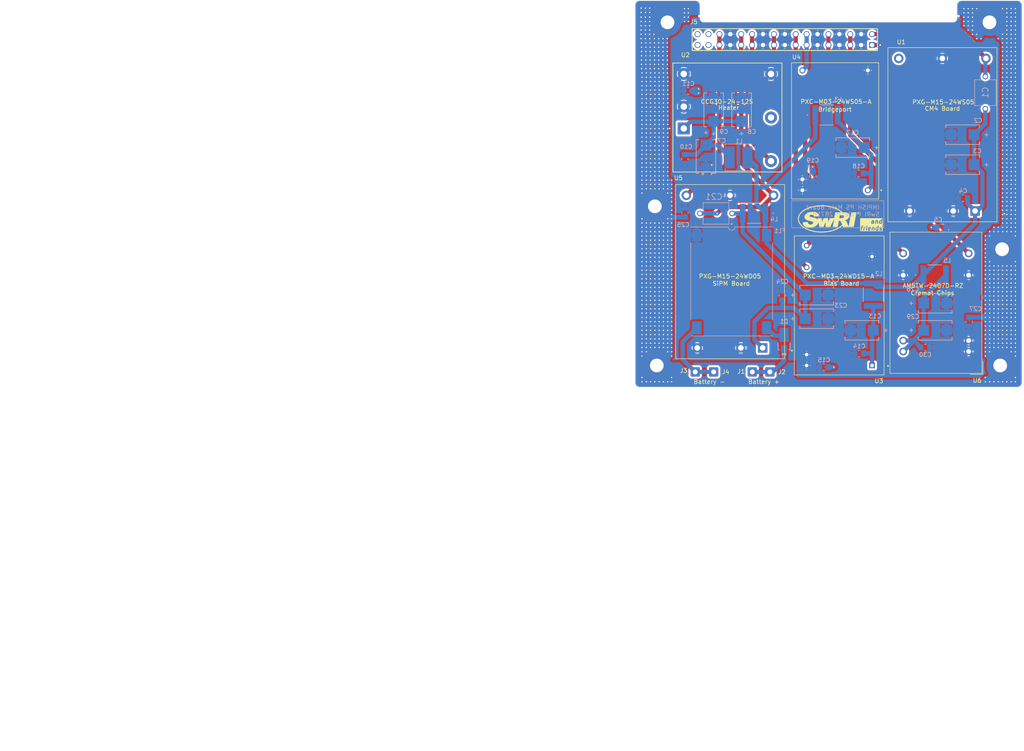
<source format=kicad_pcb>
(kicad_pcb (version 20241229) (generator "pcbnew") (generator_version "9.0")
  (title_block (title "IMPISH POWER SUPPLY MAIN BOARD") (date "6/9/2025") (rev "-") (company "SOUTHWEST RESEARCH INSTITUTE"))
  (layers (0 "F.Cu" signal) (2 "B.Cu" signal) (13 "F.Paste" user) (15 "B.Paste" user) (5 "F.SilkS" user "F.Silkscreen") (7 "B.SilkS" user "B.Silkscreen") (1 "F.Mask" user) (3 "B.Mask" user) (25 "Edge.Cuts" user))
  (net 0 "")
  (net 2 "GND")
  (net 3 "Net-(U1-+VIN)")
  (net 4 "Net-(U2-+VIN)")
  (net 5 "Net-(U3-+VIN)")
  (net 6 "Net-(U4-+VIN)")
  (net 7 "Net-(U5-+VIN)")
  (net 9 "Cremat -7.2V")
  (net 10 "Cremat +7.2V")
  (net 11 "Heater 12V")
  (net 12 "Bias -15V")
  (net 13 "Bias +15V")
  (net 14 "Bridgeport +5V")
  (net 15 "SiPM -5V")
  (net 16 "SiPM +5V")
  (net 17 "CM4 +5V")
  (net 18 "CHASSIS")
  (net 19 "Net-(C28-Pad1)")
  (net 20 "Net-(D1-A)")
  (net 21 "Net-(D1-K)")
  (net 22 "Net-(J3-Pin_1)")
  (footprint "IMPISH Library:CONV_PXC-M03-24WD15-A" (layer "F.Cu") (at 207.95 163.2 180)
    (property "Reference" "U3")
    (property "Value" "PXC-M03-24WD15-A")
  )
  (footprint "MountingHole:MountingHole_3.2mm_M3_Pad_TopBottom" (layer "F.Cu") (at 165.45 177.2)
    (property "Reference" "H3" (hide yes))
    (property "Value" "MountingHole_3.2mm_M3_Pad_TopBottom" (hide yes))
  )
  (footprint "IMPISH Library:SAMTEC_BCS-117-L-D-TE" (layer "F.Cu") (at 195.28 101.23)
    (property "Reference" "J5")
    (property "Value" "BCS-117-L-D-TE")
  )
  (footprint "Connector_Wire:SolderWire-0.5sqmm_1x01_D0.9mm_OD2.1mm" (layer "F.Cu") (at 187.7 178.7)
    (property "Reference" "J1")
    (property "Value" "Battery +")
  )
  (footprint "LOGO:SwRI Logo1 Fsilk" (layer "F.Cu") (at 205.37681 143)
    (property "Reference" "G***" (hide yes))
    (property "Value" "LOGO" (hide yes))
  )
  (footprint "IMPISH Library:CONV_PXG-M15-24WD05" (layer "F.Cu") (at 182.52 155.32 180)
    (property "Reference" "U5")
    (property "Value" "PXG-M15-24WD05")
  )
  (footprint "MountingHole:MountingHole_3.2mm_M3_Pad_TopBottom" (layer "F.Cu") (at 165 140.1)
    (property "Reference" "H2" (hide yes))
    (property "Value" "MountingHole_3.2mm_M3_Pad_TopBottom" (hide yes))
  )
  (footprint "MountingHole:MountingHole_3.2mm_M3_Pad_TopBottom" (layer "F.Cu") (at 242.95 97.2)
    (property "Reference" "H4" (hide yes))
    (property "Value" "MountingHole_3.2mm_M3_Pad_TopBottom" (hide yes))
  )
  (footprint "IMPISH Library:CONV_AM5TW-2407D-RZ" (layer "F.Cu") (at 238.1 176.48 180)
    (property "Reference" "U6")
    (property "Value" "AM5TW-2407D-RZ")
  )
  (footprint "Connector_Wire:SolderWire-0.5sqmm_1x01_D0.9mm_OD2.1mm" (layer "F.Cu") (at 178.7 178.7)
    (property "Reference" "J4")
    (property "Value" "Battery -" (hide yes))
  )
  (footprint "Connector_Wire:SolderWire-0.5sqmm_1x01_D0.9mm_OD2.1mm" (layer "F.Cu") (at 191.8 178.7)
    (property "Reference" "J2")
    (property "Value" "Battery +" (hide yes))
  )
  (footprint "IMPISH Library:CONV_CCG30-24-12S" (layer "F.Cu") (at 181.9 119.4)
    (property "Reference" "U2")
    (property "Value" "CCG30-24-12S")
  )
  (footprint "MountingHole:MountingHole_3.2mm_M3_Pad_TopBottom" (layer "F.Cu") (at 167.95 97.2)
    (property "Reference" "H1" (hide yes))
    (property "Value" "MountingHole_3.2mm_M3_Pad_TopBottom" (hide yes))
  )
  (footprint "Connector_Wire:SolderWire-0.5sqmm_1x01_D0.9mm_OD2.1mm" (layer "F.Cu") (at 174.4 178.7)
    (property "Reference" "J3")
    (property "Value" "Battery -")
  )
  (footprint "IMPISH Library:CONV_PXG-M15-24WS05" (layer "F.Cu") (at 232 123.4 180)
    (property "Reference" "U1")
    (property "Value" "PXG-M15-24WS05")
  )
  (footprint "MountingHole:MountingHole_3.2mm_M3_Pad_TopBottom" (layer "F.Cu") (at 245.45 177.2)
    (property "Reference" "H6" (hide yes))
    (property "Value" "MountingHole_3.2mm_M3_Pad_TopBottom" (hide yes))
  )
  (footprint "IMPISH Library:CONV_PXC-M03-24WS05-A" (layer "F.Cu") (at 207 122.5 180)
    (property "Reference" "U4")
    (property "Value" "PXC-M03-24WS05-A")
  )
  (footprint "MountingHole:MountingHole_3.2mm_M3_Pad_TopBottom" (layer "F.Cu") (at 245.9 150.1)
    (property "Reference" "H5" (hide yes))
    (property "Value" "MountingHole_3.2mm_M3_Pad_TopBottom" (hide yes))
  )
  (footprint "IMPISH Library:SDS680R-105M" (layer "B.Cu") (at 215.9 160.7 -90)
    (property "Reference" "L2")
    (property "Value" "220uH" (hide yes))
  )
  (footprint "IMPISH Library:SDS680R-105M" (layer "B.Cu") (at 188.1 141.7 180)
    (property "Reference" "L4")
    (property "Value" "10uH" (hide yes))
  )
  (footprint "IMPISH Library:CR_DO-221BC_VIS" (layer "B.Cu") (at 195.1 171.3 90)
    (property "Reference" "D1")
    (property "Value" "V8PAL50-M3/I" (hide yes))
  )
  (footprint "Capacitor_SMD:C_0805_2012Metric_Pad1.18x1.45mm_HandSolder" (layer "B.Cu") (at 236.8 138.2 180)
    (property "Reference" "C4")
    (property "Value" ".01uF" (hide yes))
  )
  (footprint "IMPISH Library:T495X156K050ATE300" (layer "B.Cu") (at 185.2 117.6 90)
    (property "Reference" "C8")
    (property "Value" "15uF 50V" (hide yes))
  )
  (footprint "Capacitor_SMD:C_0805_2012Metric_Pad1.18x1.45mm_HandSolder" (layer "B.Cu") (at 212.6 174.4 180)
    (property "Reference" "C14")
    (property "Value" ".01uF" (hide yes))
  )
  (footprint "IMPISH Library:T495D475K050ATE275" (layer "B.Cu") (at 211.1 126.4 180)
    (property "Reference" "C17")
    (property "Value" "4.7uF 50V" (hide yes))
  )
  (footprint "Capacitor_SMD:C_0805_2012Metric_Pad1.18x1.45mm_HandSolder" (layer "B.Cu") (at 231.7 145)
    (property "Reference" "C5")
    (property "Value" ".01uF" (hide yes))
  )
  (footprint "IMPISH Library:T495X106K050ATE300" (layer "B.Cu") (at 236.7 123.4 180)
    (property "Reference" "C2")
    (property "Value" "10uF 50V" (hide yes))
  )
  (footprint "Capacitor_SMD:C_0805_2012Metric_Pad1.18x1.45mm_HandSolder" (layer "B.Cu") (at 212.5 132.4 180)
    (property "Reference" "C18")
    (property "Value" ".01uF" (hide yes))
  )
  (footprint "IMPISH Library:T495X106K050ATE300" (layer "B.Cu") (at 236.7 130.4 180)
    (property "Reference" "C3")
    (property "Value" "10uF 50V" (hide yes))
  )
  (footprint "Inductor_SMD:L_Bourns_SRN6045TA" (layer "B.Cu") (at 184.5 128.7 180)
    (property "Reference" "L1")
    (property "Value" "15uH" (hide yes))
  )
  (footprint "IMPISH Library:CAP_DE2B3SA101KN3AY02F" (layer "B.Cu") (at 179.25 141.75 180)
    (property "Reference" "C21")
    (property "Value" "100pF")
  )
  (footprint "Capacitor_SMD:C_0805_2012Metric_Pad1.18x1.45mm_HandSolder" (layer "B.Cu") (at 172 141.6 90)
    (property "Reference" "C25")
    (property "Value" ".01uF" (hide yes))
  )
  (footprint "IMPISH Library:T495X156K050ATE300" (layer "B.Cu") (at 178.7 117.6 90)
    (property "Reference" "C9")
    (property "Value" "15uF 50V" (hide yes))
  )
  (footprint "IMPISH Library:T495X156K050ATE300" (layer "B.Cu") (at 230.3 169)
    (property "Reference" "C29")
    (property "Value" "15uF 50V" (hide yes))
  )
  (footprint "Capacitor_SMD:C_0805_2012Metric_Pad1.18x1.45mm_HandSolder" (layer "B.Cu") (at 194.7 160.9 90)
    (property "Reference" "C24")
    (property "Value" ".01uF" (hide yes))
  )
  (footprint "Capacitor_SMD:C_0805_2012Metric_Pad1.18x1.45mm_HandSolder" (layer "B.Cu") (at 172 129.0375 -90)
    (property "Reference" "C10")
    (property "Value" ".01uF" (hide yes))
  )
  (footprint "IMPISH Library:T495X106K050ATE300" (layer "B.Cu") (at 202.7 160.8)
    (property "Reference" "C22")
    (property "Value" "10uF 50V" (hide yes))
  )
  (footprint "IMPISH Library:SDS680R-105M" (layer "B.Cu") (at 205 118.8)
    (property "Reference" "L3")
    (property "Value" "100uH" (hide yes))
  )
  (footprint "IMPISH Library:FIL_F4804A-RG" (layer "B.Cu") (at 182.9 157.625 90)
    (property "Reference" "FL1")
    (property "Value" "F4804A-RG" (hide yes))
  )
  (footprint "IMPISH Library:SDS680R-105M" (layer "B.Cu") (at 230.18895 156.1)
    (property "Reference" "L5")
    (property "Value" "220uH" (hide yes))
  )
  (footprint "IMPISH Library:T495X106K050ATE300" (layer "B.Cu") (at 202.7 166.3)
    (property "Reference" "C23")
    (property "Value" "10uF 50V" (hide yes))
  )
  (footprint "Capacitor_SMD:C_0805_2012Metric_Pad1.18x1.45mm_HandSolder" (layer "B.Cu") (at 204.4 177.6 180)
    (property "Reference" "C15")
    (property "Value" ".01uF" (hide yes))
  )
  (footprint "Capacitor_SMD:C_0805_2012Metric_Pad1.18x1.45mm_HandSolder" (layer "B.Cu") (at 172.8 113.2 180)
    (property "Reference" "C11")
    (property "Value" ".01uF" (hide yes))
  )
  (footprint "IMPISH Library:T495D475K050ATE275" (layer "B.Cu") (at 213.227701 169 180)
    (property "Reference" "C13")
    (property "Value" "4.7uF 50V" (hide yes))
  )
  (footprint "Capacitor_SMD:C_0805_2012Metric_Pad1.18x1.45mm_HandSolder" (layer "B.Cu") (at 238.2 167 -90)
    (property "Reference" "C27")
    (property "Value" ".01uF" (hide yes))
  )
  (footprint "Capacitor_SMD:C_0805_2012Metric_Pad1.18x1.45mm_HandSolder" (layer "B.Cu") (at 228 173)
    (property "Reference" "C30")
    (property "Value" ".01uF" (hide yes))
  )
  (footprint "IMPISH Library:T495X156K050ATE300" (layer "B.Cu") (at 230.3 162.7)
    (property "Reference" "C28")
    (property "Value" "15uF 50V" (hide yes))
  )
  (footprint "IMPISH Library:CAP_DE2B3SA101KN3AY02F" (layer "B.Cu") (at 242 113.6 90)
    (property "Reference" "C1")
    (property "Value" "100pF")
  )
  (footprint "Capacitor_SMD:C_0805_2012Metric_Pad1.18x1.45mm_HandSolder" (layer "B.Cu") (at 201.8 133.1 -90)
    (property "Reference" "C19")
    (property "Value" ".01uF" (hide yes))
  )
  (footprint "IMPISH Library:T495X156K050ATE300" (layer "B.Cu") (at 176.9 128.5 -90)
    (property "Reference" "C7")
    (property "Value" "15uF 50V" (hide yes))
  )
  (gr_arc (start 160.45 93.2) (mid 160.742893 92.492893) (end 161.45 92.2) (stroke (width 0.05)) (layer "Edge.Cuts"))
  (gr_line (start 174.45 92.2) (end 161.45 92.2) (stroke (width 0.05)) (layer "Edge.Cuts"))
  (gr_arc (start 235.45 93.2) (mid 235.742893 92.492893) (end 236.45 92.2) (stroke (width 0.05)) (layer "Edge.Cuts"))
  (gr_arc (start 250.45 181.2) (mid 250.157107 181.907107) (end 249.45 182.2) (stroke (width 0.05)) (layer "Edge.Cuts"))
  (gr_line (start 250.45 181.2) (end 250.45 93.2) (stroke (width 0.05)) (layer "Edge.Cuts"))
  (gr_arc (start 176.45 97.2) (mid 175.742893 96.907107) (end 175.45 96.2) (stroke (width 0.05)) (layer "Edge.Cuts"))
  (gr_line (start 161.45 182.2) (end 249.45 182.2) (stroke (width 0.05)) (layer "Edge.Cuts"))
  (gr_line (start 175.45 96.2) (end 175.45 93.2) (stroke (width 0.05)) (layer "Edge.Cuts"))
  (gr_arc (start 249.45 92.2) (mid 250.157107 92.492893) (end 250.45 93.2) (stroke (width 0.05)) (layer "Edge.Cuts"))
  (gr_line (start 249.45 92.2) (end 236.45 92.2) (stroke (width 0.05)) (layer "Edge.Cuts"))
  (gr_arc (start 174.45 92.2) (mid 175.157107 92.492893) (end 175.45 93.2) (stroke (width 0.05)) (layer "Edge.Cuts"))
  (gr_arc (start 161.45 182.2) (mid 160.742893 181.907107) (end 160.45 181.2) (stroke (width 0.05)) (layer "Edge.Cuts"))
  (gr_line (start 234.45 97.2) (end 176.45 97.2) (stroke (width 0.05)) (layer "Edge.Cuts"))
  (gr_line (start 235.45 93.2) (end 235.45 96.2) (stroke (width 0.05)) (layer "Edge.Cuts"))
  (gr_arc (start 235.45 96.2) (mid 235.157107 96.907107) (end 234.45 97.2) (stroke (width 0.05)) (layer "Edge.Cuts"))
  (gr_line (start 160.45 93.2) (end 160.45 181.2) (stroke (width 0.05)) (layer "Edge.Cuts"))
  (gr_text "and\nfriends" (at 218.12681 145.821376 0) (layer "F.SilkS" knockout) (effects (font (size 1 1) (thickness 0.2) (bold yes) (italic yes)) (justify right bottom)))
  (gr_text_box "IMPISH PS Main Board\nSwRI Project: 28718" (start 196.85 138.8) (end 218.35 145.1) (margins 1.0025 1.0025 1.0025 1.0025) (layer "B.SilkS") (effects (font (size 1 1) (thickness 0.1)) (justify left top mirror)) (border yes) (stroke (width 0.1)))
  (segment (start 195.28 99.96) (end 195.28 102.5) (width 1) (layer "F.Cu") (net 2))
  (segment (start 190.2 99.96) (end 190.2 102.5) (width 1) (layer "F.Cu") (net 2))
  (segment (start 202.9 99.96) (end 202.9 102.5) (width 1) (layer "F.Cu") (net 2))
  (segment (start 213.06 99.96) (end 213.06 102.5) (width 1) (layer "F.Cu") (net 2))
  (segment (start 182.58 99.96) (end 182.58 102.5) (width 1) (layer "F.Cu") (net 2))
  (segment (start 207.98 99.96) (end 207.98 102.5) (width 1) (layer "F.Cu") (net 2))
  (segment (start 235.7625 139.9375) (end 234.52 141.18) (width 1) (layer "B.Cu") (net 2))
  (segment (start 235.7625 138.2) (end 235.7625 139.9375) (width 1) (layer "B.Cu") (net 2))
  (segment (start 191.03 148.63) (end 200.4711 158.0711) (width 1) (layer "B.Cu") (net 3))
  (segment (start 202.3711 118.8) (end 202.3711 124.1289) (width 1) (layer "B.Cu") (net 3))
  (segment (start 241.3 132.327806) (end 241.3 140) (width 1) (layer "B.Cu") (net 3))
  (segment (start 239.372194 130.4) (end 241.3 132.327806) (width 1) (layer "B.Cu") (net 3))
  (segment (start 188.7 139.6711) (end 190.7289 141.7) (width 1) (layer "B.Cu") (net 3))
  (segment (start 242 117.35) (end 242 120.772194) (width 1) (layer "B.Cu") (net 3))
  (segment (start 190.7289 141.7) (end 190.7289 146.5289) (width 1) (layer "B.Cu") (net 3))
  (segment (start 237.8375 139.4175) (end 239.6 141.18) (width 1) (layer "B.Cu") (net 3))
  (segment (start 188.7 130.825) (end 188.7 135.7) (width 1) (layer "B.Cu") (net 3))
  (segment (start 239.372194 123.4) (end 239.372194 130.4) (width 1) (layer "B.Cu") (net 3))
  (segment (start 202.3711 124.1289) (end 190.8 135.7) (width 1) (layer "B.Cu") (net 3))
  (segment (start 190.8 135.7) (end 188.7 135.7) (width 1) (layer "B.Cu") (net 3))
  (segment (start 188.7 135.7) (end 188.7 139.6711) (width 1) (layer "B.Cu") (net 3))
  (segment (start 227.56005 156.1) (end 239.6 144.06005) (width 1) (layer "B.Cu") (net 3))
  (segment (start 186.575 128.7) (end 188.7 130.825) (width 1) (layer "B.Cu") (net 3))
  (segment (start 241.3 140) (end 240.12 141.18) (width 1) (layer "B.Cu") (net 3))
  (segment (start 216.7289 158.9) (end 215.9 158.0711) (width 1) (layer "B.Cu") (net 3))
  (segment (start 237.8375 138.2) (end 237.8375 139.4175) (width 1) (layer "B.Cu") (net 3))
  (segment (start 239.6 144.06005) (end 239.6 141.18) (width 1) (layer "B.Cu") (net 3))
  (segment (start 242 120.772194) (end 239.372194 123.4) (width 1) (layer "B.Cu") (net 3))
  (segment (start 224.76005 158.9) (end 216.7289 158.9) (width 1) (layer "B.Cu") (net 3))
  (segment (start 227.56005 156.1) (end 224.76005 158.9) (width 1) (layer "B.Cu") (net 3))
  (segment (start 200.4711 158.0711) (end 215.9 158.0711) (width 1) (layer "B.Cu") (net 3))
  (segment (start 191.03 146.83) (end 191.03 148.63) (width 1) (layer "B.Cu") (net 3))
  (segment (start 179.3 120.372194) (end 173.307806 120.372194) (width 1) (layer "B.Cu") (net 4))
  (segment (start 182.425 128.625) (end 179.627806 125.827806) (width 1) (layer "B.Cu") (net 4))
  (segment (start 178.7 120.972194) (end 178.7 124.027806) (width 1) (layer "B.Cu") (net 4))
  (segment (start 178.7 124.027806) (end 176.9 125.827806) (width 1) (layer "B.Cu") (net 4))
  (segment (start 185 120.272194) (end 179.4 120.272194) (width 1) (layer "B.Cu") (net 4))
  (segment (start 179.627806 125.827806) (end 176.9 125.827806) (width 1) (layer "B.Cu") (net 4))
  (segment (start 173.307806 120.372194) (end 171.74 121.94) (width 1) (layer "B.Cu") (net 4))
  (segment (start 172 128) (end 174.727806 128) (width 1) (layer "B.Cu") (net 4))
  (segment (start 174.727806 128) (end 176.9 125.827806) (width 1) (layer "B.Cu") (net 4))
  (segment (start 215.899895 169) (end 215.899895 163.329005) (width 1) (layer "B.Cu") (net 5))
  (segment (start 215.6 177.2) (end 215.6 174.5) (width 1) (layer "B.Cu") (net 5))
  (segment (start 215.5 174.4) (end 215.6 174.5) (width 1) (layer "B.Cu") (net 5))
  (segment (start 213.6375 174.4) (end 215.5 174.4) (width 1) (layer "B.Cu") (net 5))
  (segment (start 215.6 174.5) (end 215.6 169.299895) (width 1) (layer "B.Cu") (net 5))
  (segment (start 213.5375 132.4) (end 215.4 132.4) (width 1) (layer "B.Cu") (net 6))
  (segment (start 215.4 128.027806) (end 215.4 132.4) (width 1) (layer "B.Cu") (net 6))
  (segment (start 213.772194 126.4) (end 215.4 128.027806) (width 1) (layer "B.Cu") (net 6))
  (segment (start 207.6289 120.256706) (end 213.772194 126.4) (width 1) (layer "B.Cu") (net 6))
  (segment (start 215.4 135.563) (end 214.62 136.343) (width 1) (layer "B.Cu") (net 6))
  (segment (start 215.4 132.4) (end 215.4 135.563) (width 1) (layer "B.Cu") (net 6))
  (segment (start 188.2 166.988) (end 191.407997 163.780003) (width 1) (layer "B.Cu") (net 7))
  (segment (start 200.027806 160.8) (end 185.4711 146.243294) (width 1) (layer "B.Cu") (net 7))
  (segment (start 197.507809 163.780003) (end 200.027806 166.3) (width 1) (layer "B.Cu") (net 7))
  (segment (start 183 141.75) (end 185.4211 141.75) (width 1) (layer "B.Cu") (net 7))
  (segment (start 190.12 173.1) (end 188.2 171.18) (width 1) (layer "B.Cu") (net 7))
  (segment (start 194.7 161.9375) (end 194.7 163.780003) (width 1) (layer "B.Cu") (net 7))
  (segment (start 185.4711 146.243294) (end 185.4711 141.7) (width 1) (layer "B.Cu") (net 7))
  (segment (start 188.2 171.18) (end 188.2 166.988) (width 1) (layer "B.Cu") (net 7))
  (segment (start 194.7 163.780003) (end 197.507809 163.780003) (width 1) (layer "B.Cu") (net 7))
  (segment (start 200.027806 160.8) (end 200.027806 166.3) (width 1) (layer "B.Cu") (net 7))
  (segment (start 191.407997 163.780003) (end 194.7 163.780003) (width 1) (layer "B.Cu") (net 7))
  (segment (start 210.52 123.5) (end 238.1 151.08) (width 1) (layer "F.Cu") (net 9))
  (segment (start 210.52 99.96) (end 210.52 123.5) (width 1) (layer "F.Cu") (net 9))
  (segment (start 205.44 99.96) (end 205.44 133.66) (width 1) (layer "F.Cu") (net 10))
  (segment (start 205.44 133.66) (end 222.86 151.08) (width 1) (layer "F.Cu") (net 10))
  (segment (start 187.66 99.96) (end 187.66 125.16) (width 1) (layer "F.Cu") (net 11))
  (segment (start 187.66 125.16) (end 192.06 129.56) (width 1) (layer "F.Cu") (net 11))
  (segment (start 200.024103 112.110106) (end 200.024103 132.248) (width 1) (layer "F.Cu") (net 12))
  (segment (start 197.82 99.96) (end 197.82 109.906003) (width 1) (layer "F.Cu") (net 12))
  (segment (start 200.024103 132.248) (end 200.935 133.158897) (width 1) (layer "F.Cu") (net 12))
  (segment (start 197.82 109.906003) (end 200.024103 112.110106) (width 1) (layer "F.Cu") (net 12))
  (segment (start 200.935 133.158897) (end 200.935 148.685) (width 1) (layer "F.Cu") (net 12))
  (segment (start 200.935 148.685) (end 200.36 149.26) (width 1) (layer "F.Cu") (net 12))
  (segment (start 197.825 111.821605) (end 197.825 151.805) (width 1) (layer "F.Cu") (net 13))
  (segment (start 192.74 106.736605) (end 197.825 111.821605) (width 1) (layer "F.Cu") (net 13))
  (segment (start 192.74 99.96) (end 192.74 106.736605) (width 1) (layer "F.Cu") (net 13))
  (segment (start 197.825 151.805) (end 200.36 154.34) (width 1) (layer "F.Cu") (net 13))
  (segment (start 200.36 107.423) (end 199.38 108.403) (width 1) (layer "B.Cu") (net 14))
  (segment (start 200.36 102.5) (end 200.36 107.423) (width 1) (layer "B.Cu") (net 14))
  (segment (start 200.36 102.5) (end 200.36 99.96) (width 1) (layer "B.Cu") (net 14))
  (segment (start 180.04 129.84) (end 180.04 99.96) (width 1) (layer "F.Cu") (net 15))
  (segment (start 172.34 137.54) (end 180.04 129.84) (width 1) (layer "F.Cu") (net 15))
  (segment (start 189.941 140.259) (end 192.66 137.54) (width 1) (layer "F.Cu") (net 16))
  (segment (start 179.5 141.75) (end 180.991 140.259) (width 1) (layer "F.Cu") (net 16))
  (segment (start 180.991 140.259) (end 189.941 140.259) (width 1) (layer "F.Cu") (net 16))
  (segment (start 185.12 130) (end 192.66 137.54) (width 1) (layer "F.Cu") (net 16))
  (segment (start 185.12 99.96) (end 185.12 130) (width 1) (layer "F.Cu") (net 16))
  (via (at 179.5 141.75) (size 0.6) (drill 0.3) (layers "F.Cu" "B.Cu") (net 16))
  (segment (start 175.5 141.75) (end 179.5 141.75) (width 1) (layer "B.Cu") (net 16))
  (segment (start 239.02 102.5) (end 242.14 105.62) (width 1) (layer "F.Cu") (net 17))
  (segment (start 236.48 99.96) (end 215.6 99.96) (width 1) (layer "F.Cu") (net 17))
  (segment (start 242.14 105.62) (end 236.48 99.96) (width 1) (layer "F.Cu") (net 17))
  (segment (start 215.6 102.5) (end 239.02 102.5) (width 1) (layer "F.Cu") (net 17))
  (segment (start 242 109.85) (end 242 105.76) (width 1) (layer "B.Cu") (net 17))
  (via (at 247 96) (size 0.6) (drill 0.3) (layers "F.Cu" "B.Cu") (net 18))
  (via (at 165 130) (size 0.6) (drill 0.3) (layers "F.Cu" "B.Cu") (net 18))
  (via (at 163 150) (size 0.6) (drill 0.3) (layers "F.Cu" "B.Cu") (net 18))
  (via (at 162.9 108) (size 0.6) (drill 0.3) (layers "F.Cu" "B.Cu") (net 18))
  (via (at 248 136) (size 0.6) (drill 0.3) (layers "F.Cu" "B.Cu") (net 18))
  (via (at 166 144) (size 0.6) (drill 0.3) (layers "F.Cu" "B.Cu") (net 18))
  (via (at 165 164) (size 0.6) (drill 0.3) (layers "F.Cu" "B.Cu") (net 18))
  (via (at 163 171) (size 0.6) (drill 0.3) (layers "F.Cu" "B.Cu") (net 18))
  (via (at 164 146) (size 0.6) (drill 0.3) (layers "F.Cu" "B.Cu") (net 18))
  (via (at 168.9 134) (size 0.6) (drill 0.3) (layers "F.Cu" "B.Cu") (net 18))
  (via (at 166 166) (size 0.6) (drill 0.3) (layers "F.Cu" "B.Cu") (net 18))
  (via (at 163.9 104) (size 0.6) (drill 0.3) (layers "F.Cu" "B.Cu") (net 18))
  (via (at 167.9 108) (size 0.6) (drill 0.3) (layers "F.Cu" "B.Cu") (net 18))
  (via (at 165 169) (size 0.6) (drill 0.3) (layers "F.Cu" "B.Cu") (net 18))
  (via (at 168.9 139) (size 0.6) (drill 0.3) (layers "F.Cu" "B.Cu") (net 18))
  (via (at 165 115) (size 0.6) (drill 0.3) (layers "F.Cu" "B.Cu") (net 18))
  (via (at 163 156) (size 0.6) (drill 0.3) (layers "F.Cu" "B.Cu") (net 18))
  (via (at 167 181) (size 0.6) (drill 0.3) (layers "F.Cu" "B.Cu") (net 18))
  (via (at 161.9 102) (size 0.6) (drill 0.3) (layers "F.Cu" "B.Cu") (net 18))
  (via (at 162 113) (size 0.6) (drill 0.3) (layers "F.Cu" "B.Cu") (net 18))
  (via (at 247 166) (size 0.6) (drill 0.3) (layers "F.Cu" "B.Cu") (net 18))
  (via (at 247 131) (size 0.6) (drill 0.3) (layers "F.Cu" "B.Cu") (net 18))
  (via (at 245 155) (size 0.6) (drill 0.3) (layers "F.Cu" "B.Cu") (net 18))
  (via (at 244 163) (size 0.6) (drill 0.3) (layers "F.Cu" "B.Cu") (net 18))
  (via (at 162.9 106) (size 0.6) (drill 0.3) (layers "F.Cu" "B.Cu") (net 18))
  (via (at 238 98) (size 0.6) (drill 0.3) (layers "F.Cu" "B.Cu") (net 18))
  (via (at 247 126) (size 0.6) (drill 0.3) (layers "F.Cu" "B.Cu") (net 18))
  (via (at 245 101) (size 0.6) (drill 0.3) (layers "F.Cu" "B.Cu") (net 18))
  (via (at 246 157) (size 0.6) (drill 0.3) (layers "F.Cu" "B.Cu") (net 18))
  (via (at 247 106) (size 0.6) (drill 0.3) (layers "F.Cu" "B.Cu") (net 18))
  (via (at 164.9 106) (size 0.6) (drill 0.3) (layers "F.Cu" "B.Cu") (net 18))
  (via (at 166 111) (size 0.6) (drill 0.3) (layers "F.Cu" "B.Cu") (net 18))
  (via (at 167 172) (size 0.6) (drill 0.3) (layers "F.Cu" "B.Cu") (net 18))
  (via (at 248 108) (size 0.6) (drill 0.3) (layers "F.Cu" "B.Cu") (net 18))
  (via (at 163 131) (size 0.6) (drill 0.3) (layers "F.Cu" "B.Cu") (net 18))
  (via (at 164 132) (size 0.6) (drill 0.3) (layers "F.Cu" "B.Cu") (net 18))
  (via (at 162 125) (size 0.6) (drill 0.3) (layers "F.Cu" "B.Cu") (net 18))
  (via (at 163 157) (size 0.6) (drill 0.3) (layers "F.Cu" "B.Cu") (net 18))
  (via (at 246 119) (size 0.6) (drill 0.3) (layers "F.Cu" "B.Cu") (net 18))
  (via (at 167 169) (size 0.6) (drill 0.3) (layers "F.Cu" "B.Cu") (net 18))
  (via (at 247 120) (size 0.6) (drill 0.3) (layers "F.Cu" "B.Cu") (net 18))
  (via (at 168 122) (size 0.6) (drill 0.3) (layers "F.Cu" "B.Cu") (net 18))
  (via (at 243 165) (size 0.6) (drill 0.3) (layers "F.Cu" "B.Cu") (net 18))
  (via (at 165 121) (size 0.6) (drill 0.3) (layers "F.Cu" "B.Cu") (net 18))
  (via (at 166 162) (size 0.6) (drill 0.3) (layers "F.Cu" "B.Cu") (net 18))
  (via (at 168.9 155) (size 0.6) (drill 0.3) (layers "F.Cu" "B.Cu") (net 18))
  (via (at 249 163) (size 0.6) (drill 0.3) (layers "F.Cu" "B.Cu") (net 18))
  (via (at 166 165) (size 0.6) (drill 0.3) (layers "F.Cu" "B.Cu") (net 18))
  (via (at 244 165) (size 0.6) (drill 0.3) (layers "F.Cu" "B.Cu") (net 18))
  (via (at 162 173) (size 0.6) (drill 0.3) (layers "F.Cu" "B.Cu") (net 18))
  (via (at 247 136) (size 0.6) (drill 0.3) (layers "F.Cu" "B.Cu") (net 18))
  (via (at 162 117) (size 0.6) (drill 0.3) (layers "F.Cu" "B.Cu") (net 18))
  (via (at 239 96) (size 0.6) (drill 0.3) (layers "F.Cu" "B.Cu") (net 18))
  (via (at 249 167) (size 0.6) (drill 0.3) (layers "F.Cu" "B.Cu") (net 18))
  (via (at 249 168) (size 0.6) (drill 0.3) (layers "F.Cu" "B.Cu") (net 18))
  (via (at 167 118) (size 0.6) (drill 0.3) (layers "F.Cu" "B.Cu") (net 18))
  (via (at 242 175) (size 0.6) (drill 0.3) (layers "F.Cu" "B.Cu") (net 18))
  (via (at 168 154) (size 0.6) (drill 0.3) (layers "F.Cu" "B.Cu") (net 18))
  (via (at 168 150) (size 0.6) (drill 0.3) (layers "F.Cu" "B.Cu") (net 18))
  (via (at 165 123) (size 0.6) (drill 0.3) (layers "F.Cu" "B.Cu") (net 18))
  (via (at 167.9 104) (size 0.6) (drill 0.3) (layers "F.Cu" "B.Cu") (net 18))
  (via (at 163 132) (size 0.6) (drill 0.3) (layers "F.Cu" "B.Cu") (net 18))
  (via (at 166 131) (size 0.6) (drill 0.3) (layers "F.Cu" "B.Cu") (net 18))
  (via (at 249 101) (size 0.6) (drill 0.3) (layers "F.Cu" "B.Cu") (net 18))
  (via (at 242 169) (size 0.6) (drill 0.3) (layers "F.Cu" "B.Cu") (net 18))
  (via (at 168 110) (size 0.6) (drill 0.3) (layers "F.Cu" "B.Cu") (net 18))
  (via (at 164 159) (size 0.6) (drill 0.3) (layers "F.Cu" "B.Cu") (net 18))
  (via (at 244 161) (size 0.6) (drill 0.3) (layers "F.Cu" "B.Cu") (net 18))
  (via (at 167 116) (size 0.6) (drill 0.3) (layers "F.Cu" "B.Cu") (net 18))
  (via (at 168 125) (size 0.6) (drill 0.3) (layers "F.Cu" "B.Cu") (net 18))
  (via (at 165 154) (size 0.6) (drill 0.3) (layers "F.Cu" "B.Cu") (net 18))
  (via (at 164 135) (size 0.6) (drill 0.3) (layers "F.Cu" "B.Cu") (net 18))
  (via (at 163 169) (size 0.6) (drill 0.3) (layers "F.Cu" "B.Cu") (net 18))
  (via (at 247 154) (size 0.6) (drill 0.3) (layers "F.Cu" "B.Cu") (net 18))
  (via (at 164 122) (size 0.6) (drill 0.3) (layers "F.Cu" "B.Cu") (net 18))
  (via (at 162 175) (size 0.6) (drill 0.3) (layers "F.Cu" "B.Cu") (net 18))
  (via (at 162 167) (size 0.6) (drill 0.3) (layers "F.Cu" "B.Cu") (net 18))
  (via (at 167 136) (size 0.6) (drill 0.3) (layers "F.Cu" "B.Cu") (net 18))
  (via (at 247 125) (size 0.6) (drill 0.3) (layers "F.Cu" "B.Cu") (net 18))
  (via (at 247 161) (size 0.6) (drill 0.3) (layers "F.Cu" "B.Cu") (net 18))
  (via (at 246 156) (size 0.6) (drill 0.3) (layers "F.Cu" "B.Cu") (net 18))
  (via (at 246 108) (size 0.6) (drill 0.3) (layers "F.Cu" "B.Cu") (net 18))
  (via (at 162 122) (size 0.6) (drill 0.3) (layers "F.Cu" "B.Cu") (net 18))
  (via (at 248 172) (size 0.6) (drill 0.3) (layers "F.Cu" "B.Cu") (net 18))
  (via (at 248 122) (size 0.6) (drill 0.3) (layers "F.Cu" "B.Cu") (net 18))
  (via (at 164 118) (size 0.6) (drill 0.3) (layers "F.Cu" "B.Cu") (net 18))
  (via (at 168 162) (size 0.6) (drill 0.3) (layers "F.Cu" "B.Cu") (net 18))
  (via (at 164.9 103) (size 0.6) (drill 0.3) (layers "F.Cu" "B.Cu") (net 18))
  (via (at 245 145) (size 0.6) (drill 0.3) (layers "F.Cu" "B.Cu") (net 18))
  (via (at 168 120) (size 0.6) (drill 0.3) (layers "F.Cu" "B.Cu") (net 18))
  (via (at 167 170) (size 0.6) (drill 0.3) (layers "F.Cu" "B.Cu") (net 18))
  (via (at 164 181) (size 0.6) (drill 0.3) (layers "F.Cu" "B.Cu") (net 18))
  (via (at 164 158) (size 0.6) (drill 0.3) (layers "F.Cu" "B.Cu") (net 18))
  (via (at 247 139) (size 0.6) (drill 0.3) (layers "F.Cu" "B.Cu") (net 18))
  (via (at 168.9 160) (size 0.6) (drill 0.3) (layers "F.Cu" "B.Cu") (net 18))
  (via (at 248 128) (size 0.6) (drill 0.3) (layers "F.Cu" "B.Cu") (net 18))
  (via (at 246 102) (size 0.6) (drill 0.3) (layers "F.Cu" "B.Cu") (net 18))
  (via (at 163 151) (size 0.6) (drill 0.3) (layers "F.Cu" "B.Cu") (net 18))
  (via (at 249 172) (size 0.6) (drill 0.3) (layers "F.Cu" "B.Cu") (net 18))
  (via (at 249 104) (size 0.6) (drill 0.3) (layers "F.Cu" "B.Cu") (net 18))
  (via (at 165 112) (size 0.6) (drill 0.3) (layers "F.Cu" "B.Cu") (net 18))
  (via (at 242 158) (size 0.6) (drill 0.3) (layers "F.Cu" "B.Cu") (net 18))
  (via (at 166 112) (size 0.6) (drill 0.3) (layers "F.Cu" "B.Cu") (net 18))
  (via (at 163.9 105) (size 0.6) (drill 0.3) (layers "F.Cu" "B.Cu") (net 18))
  (via (at 242 157) (size 0.6) (drill 0.3) (layers "F.Cu" "B.Cu") (net 18))
  (via (at 163 121) (size 0.6) (drill 0.3) (layers "F.Cu" "B.Cu") (net 18))
  (via (at 168 119) (size 0.6) (drill 0.3) (layers "F.Cu" "B.Cu") (net 18))
  (via (at 247 128) (size 0.6) (drill 0.3) (layers "F.Cu" "B.Cu") (net 18))
  (via (at 161.8 94.9) (size 0.6) (drill 0.3) (layers "F.Cu" "B.Cu") (net 18))
  (via (at 162 174) (size 0.6) (drill 0.3) (layers "F.Cu" "B.Cu") (net 18))
  (via (at 163 155) (size 0.6) (drill 0.3) (layers "F.Cu" "B.Cu") (net 18))
  (via (at 248 157) (size 0.6) (drill 0.3) (layers "F.Cu" "B.Cu") (net 18))
  (via (at 249 161) (size 0.6) (drill 0.3) (layers "F.Cu" "B.Cu") (net 18))
  (via (at 163 164) (size 0.6) (drill 0.3) (layers "F.Cu" "B.Cu") (net 18))
  (via (at 163 122) (size 0.6) (drill 0.3) (layers "F.Cu" "B.Cu") (net 18))
  (via (at 162.8 93.9) (size 0.6) (drill 0.3) (layers "F.Cu" "B.Cu") (net 18))
  (via (at 164 111) (size 0.6) (drill 0.3) (layers "F.Cu" "B.Cu") (net 18))
  (via (at 239 95) (size 0.6) (drill 0.3) (layers "F.Cu" "B.Cu") (net 18))
  (via (at 247 158) (size 0.6) (drill 0.3) (layers "F.Cu" "B.Cu") (net 18))
  (via (at 163 160) (size 0.6) (drill 0.3) (layers "F.Cu" "B.Cu") (net 18))
  (via (at 243 166) (size 0.6) (drill 0.3) (layers "F.Cu" "B.Cu") (net 18))
  (via (at 249 128) (size 0.6) (drill 0.3) (layers "F.Cu" "B.Cu") (net 18))
  (via (at 243 172) (size 0.6) (drill 0.3) (layers "F.Cu" "B.Cu") (net 18))
  (via (at 167 121) (size 0.6) (drill 0.3) (layers "F.Cu" "B.Cu") (net 18))
  (via (at 163 123) (size 0.6) (drill 0.3) (layers "F.Cu" "B.Cu") (net 18))
  (via (at 246 135) (size 0.6) (drill 0.3) (layers "F.Cu" "B.Cu") (net 18))
  (via (at 244 171) (size 0.6) (drill 0.3) (layers "F.Cu" "B.Cu") (net 18))
  (via (at 246 171) (size 0.6) (drill 0.3) (layers "F.Cu" "B.Cu") (net 18))
  (via (at 237 98) (size 0.6) (drill 0.3) (layers "F.Cu" "B.Cu") (net 18))
  (via (at 165 147) (size 0.6) (drill 0.3) (layers "F.Cu" "B.Cu") (net 18))
  (via (at 166 150) (size 0.6) (drill 0.3) (layers "F.Cu" "B.Cu") (net 18))
  (via (at 247 100) (size 0.6) (drill 0.3) (layers "F.Cu" "B.Cu") (net 18))
  (via (at 165 173) (size 0.6) (drill 0.3) (layers "F.Cu" "B.Cu") (net 18))
  (via (at 168.9 153) (size 0.6) (drill 0.3) (layers "F.Cu" "B.Cu") (net 18))
  (via (at 166.9 105) (size 0.6) (drill 0.3) (layers "F.Cu" "B.Cu") (net 18))
  (via (at 245 173) (size 0.6) (drill 0.3) (layers "F.Cu" "B.Cu") (net 18))
  (via (at 164 171) (size 0.6) (drill 0.3) (layers "F.Cu" "B.Cu") (net 18))
  (via (at 164 115) (size 0.6) (drill 0.3) (layers "F.Cu" "B.Cu") (net 18))
  (via (at 162 157) (size 0.6) (drill 0.3) (layers "F.Cu" "B.Cu") (net 18))
  (via (at 237 95) (size 0.6) (drill 0.3) (layers "F.Cu" "B.Cu") (net 18))
  (via (at 167 152) (size 0.6) (drill 0.3) (layers "F.Cu" "B.Cu") (net 18))
  (via (at 164 161) (size 0.6) (drill 0.3) (layers "F.Cu" "B.Cu") (net 18))
  (via (at 168 114) (size 0.6) (drill 0.3) (layers "F.Cu" "B.Cu") (net 18))
  (via (at 165 167) (size 0.6) (drill 0.3) (layers "F.Cu" "B.Cu") (net 18))
  (via (at 246 158) (size 0.6) (drill 0.3) (layers "F.Cu" "B.Cu") (net 18))
  (via (at 168 156) (size 0.6) (drill 0.3) (layers "F.Cu" "B.Cu") (net 18))
  (via (at 249 160) (size 0.6) (drill 0.3) (layers "F.Cu" "B.Cu") (net 18))
  (via (at 167 123) (size 0.6) (drill 0.3) (layers "F.Cu" "B.Cu") (net 18))
  (via (at 167 109) (size 0.6) (drill 0.3) (layers "F.Cu" "B.Cu") (net 18))
  (via (at 167 144) (size 0.6) (drill 0.3) (layers "F.Cu" "B.Cu") (net 18))
  (via (at 246 112) (size 0.6) (drill 0.3) (layers "F.Cu" "B.Cu") (net 18))
  (via (at 239 94) (size 0.6) (drill 0.3) (layers "F.Cu" "B.Cu") (net 18))
  (via (at 249 109) (size 0.6) (drill 0.3) (layers "F.Cu" "B.Cu") (net 18))
  (via (at 248 163) (size 0.6) (drill 0.3) (layers "F.Cu" "B.Cu") (net 18))
  (via (at 248 120) (size 0.6) (drill 0.3) (layers "F.Cu" "B.Cu") (net 18))
  (via (at 162 135) (size 0.6) (drill 0.3) (layers "F.Cu" "B.Cu") (net 18))
  (via (at 246 94) (size 0.6) (drill 0.3) (layers "F.Cu" "B.Cu") (net 18))
  (via (at 167 128) (size 0.6) (drill 0.3) (layers "F.Cu" "B.Cu") (net 18))
  (via (at 162 155) (size 0.6) (drill 0.3) (layers "F.Cu" "B.Cu") (net 18))
  (via (at 165 181) (size 0.6) (drill 0.3) (layers "F.Cu" "B.Cu") (net 18))
  (via (at 166 156) (size 0.6) (drill 0.3) (layers "F.Cu" "B.Cu") (net 18))
  (via (at 243 170) (size 0.6) (drill 0.3) (layers "F.Cu" "B.Cu") (net 18))
  (via (at 244 170) (size 0.6) (drill 0.3) (layers "F.Cu" "B.Cu") (net 18))
  (via (at 248 139) (size 0.6) (drill 0.3) (layers "F.Cu" "B.Cu") (net 18))
  (via (at 247 165) (size 0.6) (drill 0.3) (layers "F.Cu" "B.Cu") (net 18))
  (via (at 247 141) (size 0.6) (drill 0.3) (layers "F.Cu" "B.Cu") (net 18))
  (via (at 163.9 107) (size 0.6) (drill 0.3) (layers "F.Cu" "B.Cu") (net 18))
  (via (at 163.8 94.9) (size 0.6) (drill 0.3) (layers "F.Cu" "B.Cu") (net 18))
  (via (at 166 124) (size 0.6) (drill 0.3) (layers "F.Cu" "B.Cu") (net 18))
  (via (at 164 155) (size 0.6) (drill 0.3) (layers "F.Cu" "B.Cu") (net 18))
  (via (at 246 143) (size 0.6) (drill 0.3) (layers "F.Cu" "B.Cu") (net 18))
  (via (at 162 161) (size 0.6) (drill 0.3) (layers "F.Cu" "B.Cu") (net 18))
  (via (at 243 153) (size 0.6) (drill 0.3) (layers "F.Cu" "B.Cu") (net 18))
  (via (at 162 163) (size 0.6) (drill 0.3) (layers "F.Cu" "B.Cu") (net 18))
  (via (at 164 152) (size 0.6) (drill 0.3) (layers "F.Cu" "B.Cu") (net 18))
  (via (at 162 156) (size 0.6) (drill 0.3) (layers "F.Cu" "B.Cu") (net 18))
  (via (at 168.9 181) (size 0.6) (drill 0.3) (layers "F.Cu" "B.Cu") (net 18))
  (via (at 168.9 136) (size 0.6) (drill 0.3) (layers "F.Cu" "B.Cu") (net 18))
  (via (at 162 111) (size 0.6) (drill 0.3) (layers "F.Cu" "B.Cu") (net 18))
  (via (at 165 153) (size 0.6) (drill 0.3) (layers "F.Cu" "B.Cu") (net 18))
  (via (at 165 109) (size 0.6) (drill 0.3) (layers "F.Cu" "B.Cu") (net 18))
  (via (at 246 161) (size 0.6) (drill 0.3) (layers "F.Cu" "B.Cu") (net 18))
  (via (at 165 148) (size 0.6) (drill 0.3) (layers "F.Cu" "B.Cu") (net 18))
  (via (at 248 112) (size 0.6) (drill 0.3) (layers "F.Cu" "B.Cu") (net 18))
  (via (at 168 165) (size 0.6) (drill 0.3) (layers "F.Cu" "B.Cu") (net 18))
  (via (at 249 144) (size 0.6) (drill 0.3) (layers "F.Cu" "B.Cu") (net 18))
  (via (at 165 150) (size 0.6) (drill 0.3) (layers "F.Cu" "B.Cu") (net 18))
  (via (at 166 120) (size 0.6) (drill 0.3) (layers "F.Cu" "B.Cu") (net 18))
  (via (at 162.8 99) (size 0.6) (drill 0.3) (layers "F.Cu" "B.Cu") (net 18))
  (via (at 243 167) (size 0.6) (drill 0.3) (layers "F.Cu" "B.Cu") (net 18))
  (via (at 163 181) (size 0.6) (drill 0.3) (layers "F.Cu" "B.Cu") (net 18))
  (via (at 163 133) (size 0.6) (drill 0.3) (layers "F.Cu" "B.Cu") (net 18))
  (via (at 244 162) (size 0.6) (drill 0.3) (layers "F.Cu" "B.Cu") (net 18))
  (via (at 164.9 102) (size 0.6) (drill 0.3) (layers "F.Cu" "B.Cu") (net 18))
  (via (at 164 165) (size 0.6) (drill 0.3) (layers "F.Cu" "B.Cu") (net 18))
  (via (at 167 113) (size 0.6) (drill 0.3) (layers "F.Cu" "B.Cu") (net 18))
  (via (at 167 133) (size 0.6) (drill 0.3) (layers "F.Cu" "B.Cu") (net 18))
  (via (at 168 153) (size 0.6) (drill 0.3) (layers "F.Cu" "B.Cu") (net 18))
  (via (at 163 115) (size 0.6) (drill 0.3) (layers "F.Cu" "B.Cu") (net 18))
  (via (at 165 168) (size 0.6) (drill 0.3) (layers "F.Cu" "B.Cu") (net 18))
  (via (at 249 137) (size 0.6) (drill 0.3) (layers "F.Cu" "B.Cu") (net 18))
  (via (at 245 157) (size 0.6) (drill 0.3) (layers "F.Cu" "B.Cu") (net 18))
  (via (at 168 131) (size 0.6) (drill 0.3) (layers "F.Cu" "B.Cu") (net 18))
  (via (at 247 132) (size 0.6) (drill 0.3) (layers "F.Cu" "B.Cu") (net 18))
  (via (at 168.9 166) (size 0.6) (drill 0.3) (layers "F.Cu" "B.Cu") (net 18))
  (via (at 166 157) (size 0.6) (drill 0.3) (layers "F.Cu" "B.Cu") (net 18))
  (via (at 162 149) (size 0.6) (drill 0.3) (layers "F.Cu" "B.Cu") (net 18))
  (via (at 247 156) (size 0.6) (drill 0.3) (layers "F.Cu" "B.Cu") (net 18))
  (via (at 249 141) (size 0.6) (drill 0.3) (layers "F.Cu" "B.Cu") (net 18))
  (via (at 165 145) (size 0.6) (drill 0.3) (layers "F.Cu" "B.Cu") (net 18))
  (via (at 167 166) (size 0.6) (drill 0.3) (layers "F.Cu" "B.Cu") (net 18))
  (via (at 167 151) (size 0.6) (drill 0.3) (layers "F.Cu" "B.Cu") (net 18))
  (via (at 246 145) (size 0.6) (drill 0.3) (layers "F.Cu" "B.Cu") (net 18))
  (via (at 163 149) (size 0.6) (drill 0.3) (layers "F.Cu" "B.Cu") (net 18))
  (via (at 167 163) (size 0.6) (drill 0.3) (layers "F.Cu" "B.Cu") (net 18))
  (via (at 168 168) (size 0.6) (drill 0.3) (layers "F.Cu" "B.Cu") (net 18))
  (via (at 167 146) (size 0.6) (drill 0.3) (layers "F.Cu" "B.Cu") (net 18))
  (via (at 161.9 107) (size 0.6) (drill 0.3) (layers "F.Cu" "B.Cu") (net 18))
  (via (at 247 173) (size 0.6) (drill 0.3) (layers "F.Cu" "B.Cu") (net 18))
  (via (at 249 117) (size 0.6) (drill 0.3) (layers "F.Cu" "B.Cu") (net 18))
  (via (at 240 94) (size 0.6) (drill 0.3) (layers "F.Cu" "B.Cu") (net 18))
  (via (at 167 134) (size 0.6) (drill 0.3) (layers "F.Cu" "B.Cu") (net 18))
  (via (at 165 136) (size 0.6) (drill 0.3) (layers "F.Cu" "B.Cu") (net 18))
  (via (at 165 157) (size 0.6) (drill 0.3) (layers "F.Cu" "B.Cu") (net 18))
  (via (at 168 137) (size 0.6) (drill 0.3) (layers "F.Cu" "B.Cu") (net 18))
  (via (at 162 168) (size 0.6) (drill 0.3) (layers "F.Cu" "B.Cu") (net 18))
  (via (at 248 156) (size 0.6) (drill 0.3) (layers "F.Cu" "B.Cu") (net 18))
  (via (at 162 148) (size 0.6) (drill 0.3) (layers "F.Cu" "B.Cu") (net 18))
  (via (at 162.9 104) (size 0.6) (drill 0.3) (layers "F.Cu" "B.Cu") (net 18))
  (via (at 163 162) (size 0.6) (drill 0.3) (layers "F.Cu" "B.Cu") (net 18))
  (via (at 249 107) (size 0.6) (drill 0.3) (layers "F.Cu" "B.Cu") (net 18))
  (via (at 168 118) (size 0.6) (drill 0.3) (layers "F.Cu" "B.Cu") (net 18))
  (via (at 163 154) (size 0.6) (drill 0.3) (layers "F.Cu" "B.Cu") (net 18))
  (via (at 162.8 101) (size 0.6) (drill 0.3) (layers "F.Cu" "B.Cu") (net 18))
  (via (at 249 133) (size 0.6) (drill 0.3) (layers "F.Cu" "B.Cu") (net 18))
  (via (at 168.9 147) (size 0.6) (drill 0.3) (layers "F.Cu" "B.Cu") (net 18))
  (via (at 249 158) (size 0.6) (drill 0.3) (layers "F.Cu" "B.Cu") (net 18))
  (via (at 246 167) (size 0.6) (drill 0.3) (layers "F.Cu" "B.Cu") (net 18))
  (via (at 246 107) (size 0.6) (drill 0.3) (layers "F.Cu" "B.Cu") (net 18))
  (via (at 168 116) (size 0.6) (drill 0.3) (layers "F.Cu" "B.Cu") (net 18))
  (via (at 248 141) (size 0.6) (drill 0.3) (layers "F.Cu" "B.Cu") (net 18))
  (via (at 163 130) (size 0.6) (drill 0.3) (layers "F.Cu" "B.Cu") (net 18))
  (via (at 248 97) (size 0.6) (drill 0.3) (layers "F.Cu" "B.Cu") (net 18))
  (via (at 168 147) (size 0.6) (drill 0.3) (layers "F.Cu" "B.Cu") (net 18))
  (via (at 240 100) (size 0.6) (drill 0.3) (layers "F.Cu" "B.Cu") (net 18))
  (via (at 242 170) (size 0.6) (drill 0.3) (layers "F.Cu" "B.Cu") (net 18))
  (via (at 243 158) (size 0.6) (drill 0.3) (layers "F.Cu" "B.Cu") (net 18))
  (via (at 243 171) (size 0.6) (drill 0.3) (layers "F.Cu" "B.Cu") (net 18))
  (via (at 168 170) (size 0.6) (drill 0.3) (layers "F.Cu" "B.Cu") (net 18))
  (via (at 248 103) (size 0.6) (drill 0.3) (layers "F.Cu" "B.Cu") (net 18))
  (via (at 248 134) (size 0.6) (drill 0.3) (layers "F.Cu" "B.Cu") (net 18))
  (via (at 166 110) (size 0.6) (drill 0.3) (layers "F.Cu" "B.Cu") (net 18))
  (via (at 168.9 157) (size 0.6) (drill 0.3) (layers "F.Cu" "B.Cu") (net 18))
  (via (at 245 163) (size 0.6) (drill 0.3) (layers "F.Cu" "B.Cu") (net 18))
  (via (at 162 172) (size 0.6) (drill 0.3) (layers "F.Cu" "B.Cu") (net 18))
  (via (at 171.9 97) (size 0.6) (drill 0.3) (layers "F.Cu" "B.Cu") (net 18))
  (via (at 164 131) (size 0.6) (drill 0.3) (layers "F.Cu" "B.Cu") (net 18))
  (via (at 246 136) (size 0.6) (drill 0.3) (layers "F.Cu" "B.Cu") (net 18))
  (via (at 162 115) (size 0.6) (drill 0.3) (layers "F.Cu" "B.Cu") (net 18))
  (via (at 171.9 95) (size 0.6) (drill 0.3) (layers "F.Cu" "B.Cu") (net 18))
  (via (at 246 170) (size 0.6) (drill 0.3) (layers "F.Cu" "B.Cu") (net 18))
  (via (at 165.9 102) (size 0.6) (drill 0.3) (layers "F.Cu" "B.Cu") (net 18))
  (via (at 242 172) (size 0.6) (drill 0.3) (layers "F.Cu" "B.Cu") (net 18))
  (via (at 246 162) (size 0.6) (drill 0.3) (layers "F.Cu" "B.Cu") (net 18))
  (via (at 163.9 106) (size 0.6) (drill 0.3) (layers "F.Cu" "B.Cu") (net 18))
  (via (at 168 159) (size 0.6) (drill 0.3) (layers "F.Cu" "B.Cu") (net 18))
  (via (at 168 144) (size 0.6) (drill 0.3) (layers "F.Cu" "B.Cu") (net 18))
  (via (at 246 166) (size 0.6) (drill 0.3) (layers "F.Cu" "B.Cu") (net 18))
  (via (at 247 121) (size 0.6) (drill 0.3) (layers "F.Cu" "B.Cu") (net 18))
  (via (at 244 172) (size 0.6) (drill 0.3) (layers "F.Cu" "B.Cu") (net 18))
  (via (at 249 110) (size 0.6) (drill 0.3) (layers "F.Cu" "B.Cu") (net 18))
  (via (at 246 140) (size 0.6) (drill 0.3) (layers "F.Cu" "B.Cu") (net 18))
  (via (at 242 162) (size 0.6) (drill 0.3) (layers "F.Cu" "B.Cu") (net 18))
  (via (at 245 158) (size 0.6) (drill 0.3) (layers "F.Cu" "B.Cu") (net 18))
  (via (at 164 120) (size 0.6) (drill 0.3) (layers "F.Cu" "B.Cu") (net 18))
  (via (at 248 171) (size 0.6) (drill 0.3) (layers "F.Cu" "B.Cu") (net 18))
  (via (at 161.8 99) (size 0.6) (drill 0.3) (layers "F.Cu" "B.Cu") (net 18))
  (via (at 242 166) (size 0.6) (drill 0.3) (layers "F.Cu" "B.Cu") (net 18))
  (via (at 167 132) (size 0.6) (drill 0.3) (layers "F.Cu" "B.Cu") (net 18))
  (via (at 247 112) (size 0.6) (drill 0.3) (layers "F.Cu" "B.Cu") (net 18))
  (via (at 166 125) (size 0.6) (drill 0.3) (layers "F.Cu" "B.Cu") (net 18))
  (via (at 162.8 100) (size 0.6) (drill 0.3) (layers "F.Cu" "B.Cu") (net 18))
  (via (at 248 173) (size 0.6) (drill 0.3) (layers "F.Cu" "B.Cu") (net 18))
  (via (at 168 123) (size 0.6) (drill 0.3) (layers "F.Cu" "B.Cu") (net 18))
  (via (at 165 134) (size 0.6) (drill 0.3) (layers "F.Cu" "B.Cu") (net 18))
  (via (at 244 166) (size 0.6) (drill 0.3) (layers "F.Cu" "B.Cu") (net 18))
  (via (at 248 99) (size 0.6) (drill 0.3) (layers "F.Cu" "B.Cu") (net 18))
  (via (at 162 158) (size 0.6) (drill 0.3) (layers "F.Cu" "B.Cu") (net 18))
  (via (at 248 100) (size 0.6) (drill 0.3) (layers "F.Cu" "B.Cu") (net 18))
  (via (at 237 97) (size 0.6) (drill 0.3) (layers "F.Cu" "B.Cu") (net 18))
  (via (at 248 140) (size 0.6) (drill 0.3) (layers "F.Cu" "B.Cu") (net 18))
  (via (at 248 98) (size 0.6) (drill 0.3) (layers "F.Cu" "B.Cu") (net 18))
  (via (at 165 161) (size 0.6) (drill 0.3) (layers "F.Cu" "B.Cu") (net 18))
  (via (at 164 136) (size 0.6) (drill 0.3) (layers "F.Cu" "B.Cu") (net 18))
  (via (at 248 119) (size 0.6) (drill 0.3) (layers "F.Cu" "B.Cu") (net 18))
  (via (at 242 153) (size 0.6) (drill 0.3) (layers "F.Cu" "B.Cu") (net 18))
  (via (at 168 173) (size 0.6) (drill 0.3) (layers "F.Cu" "B.Cu") (net 18))
  (via (at 249 130) (size 0.6) (drill 0.3) (layers "F.Cu" "B.Cu") (net 18))
  (via (at 162 147) (size 0.6) (drill 0.3) (layers "F.Cu" "B.Cu") (net 18))
  (via (at 163 124) (size 0.6) (drill 0.3) (layers "F.Cu" "B.Cu") (net 18))
  (via (at 168.9 168) (size 0.6) (drill 0.3) (layers "F.Cu" "B.Cu") (net 18))
  (via (at 163 167) (size 0.6) (drill 0.3) (layers "F.Cu" "B.Cu") (net 18))
  (via (at 166 122) (size 0.6) (drill 0.3) (layers "F.Cu" "B.Cu") (net 18))
  (via (at 163 113) (size 0.6) (drill 0.3) (layers "F.Cu" "B.Cu") (net 18))
  (via (at 166 128) (size 0.6) (drill 0.3) (layers "F.Cu" "B.Cu") (net 18))
  (via (at 167 157) (size 0.6) (drill 0.3) (layers "F.Cu" "B.Cu") (net 18))
  (via (at 168.9 143) (size 0.6) (drill 0.3) (layers "F.Cu" "B.Cu") (net 18))
  (via (at 249 108) (size 0.6) (drill 0.3) (layers "F.Cu" "B.Cu") (net 18))
  (via (at 248 166) (size 0.6) (drill 0.3) (layers "F.Cu" "B.Cu") (net 18))
  (via (at 166 117) (size 0.6) (drill 0.3) (layers "F.Cu" "B.Cu") (net 18))
  (via (at 163 126) (size 0.6) (drill 0.3) (layers "F.Cu" "B.Cu") (net 18))
  (via (at 248 133) (size 0.6) (drill 0.3) (layers "F.Cu" "B.Cu") (net 18))
  (via (at 168 115) (size 0.6) (drill 0.3) (layers "F.Cu" "B.Cu") (net 18))
  (via (at 162 169) (size 0.6) (drill 0.3) (layers "F.Cu" "B.Cu") (net 18))
  (via (at 164 147) (size 0.6) (drill 0.3) (layers "F.Cu" "B.Cu") (net 18))
  (via (at 245 164) (size 0.6) (drill 0.3) (layers "F.Cu" "B.Cu") (net 18))
  (via (at 249 138) (size 0.6) (drill 0.3) (layers "F.Cu" "B.Cu") (net 18))
  (via (at 167 153) (size 0.6) (drill 0.3) (layers "F.Cu" "B.Cu") (net 18))
  (via (at 246 116) (size 0.6) (drill 0.3) (layers "F.Cu" "B.Cu") (net 18))
  (via (at 242 151) (size 0.6) (drill 0.3) (layers "F.Cu" "B.Cu") (net 18))
  (via (at 166.9 101) (size 0.6) (drill 0.3) (layers "F.Cu" "B.Cu") (net 18))
  (via (at 247 115) (size 0.6) (drill 0.3) (layers "F.Cu" "B.Cu") (net 18))
  (via (at 243 147) (size 0.6) (drill 0.3) (layers "F.Cu" "B.Cu") (net 18))
  (via (at 162 153) (size 0.6) (drill 0.3) (layers "F.Cu" "B.Cu") (net 18))
  (via (at 168 126) (size 0.6) (drill 0.3) (layers "F.Cu" "B.Cu") (net 18))
  (via (at 162 152) (size 0.6) (drill 0.3) (layers "F.Cu" "B.Cu") (net 18))
  (via (at 247 102) (size 0.6) (drill 0.3) (layers "F.Cu" "B.Cu") (net 18))
  (via (at 165.9 106) (size 0.6) (drill 0.3) (layers "F.Cu" "B.Cu") (net 18))
  (via (at 164 127) (size 0.6) (drill 0.3) (layers "F.Cu" "B.Cu") (net 18))
  (via (at 167 135) (size 0.6) (drill 0.3) (layers "F.Cu" "B.Cu") (net 18))
  (via (at 164.9 108) (size 0.6) (drill 0.3) (layers "F.Cu" "B.Cu") (net 18))
  (via (at 167 156) (size 0.6) (drill 0.3) (layers "F.Cu" "B.Cu") (net 18))
  (via (at 246 128) (size 0.6) (drill 0.3) (layers "F.Cu" "B.Cu") (net 18))
  (via (at 164 168) (size 0.6) (drill 0.3) (layers "F.Cu" "B.Cu") (net 18))
  (via (at 165 128) (size 0.6) (drill 0.3) (layers "F.Cu" "B.Cu") (net 18))
  (via (at 167 158) (size 0.6) (drill 0.3) (layers "F.Cu" "B.Cu") (net 18))
  (via (at 162 119) (size 0.6) (drill 0.3) (layers "F.Cu" "B.Cu") (net 18))
  (via (at 166 145) (size 0.6) (drill 0.3) (layers "F.Cu" "B.Cu") (net 18))
  (via (at 249 170) (size 0.6) (drill 0.3) (layers "F.Cu" "B.Cu") (net 18))
  (via (at 249 174) (size 0.6) (drill 0.3) (layers "F.Cu" "B.Cu") (net 18))
  (via (at 249 173) (size 0.6) (drill 0.3) (layers "F.Cu" "B.Cu") (net 18))
  (via (at 166 170) (size 0.6) (drill 0.3) (layers "F.Cu" "B.Cu") (net 18))
  (via (at 162 136) (size 0.6) (drill 0.3) (layers "F.Cu" "B.Cu") (net 18))
  (via (at 165 135) (size 0.6) (drill 0.3) (layers "F.Cu" "B.Cu") (net 18))
  (via (at 168 146) (size 0.6) (drill 0.3) (layers "F.Cu" "B.Cu") (net 18))
  (via (at 164 113) (size 0.6) (drill 0.3) (layers "F.Cu" "B.Cu") (net 18))
  (via (at 246 132) (size 0.6) (drill 0.3) (layers "F.Cu" "B.Cu") (net 18))
  (via (at 164 129) (size 0.6) (drill 0.3) (layers "F.Cu" "B.Cu") (net 18))
  (via (at 165 171) (size 0.6) (drill 0.3) (layers "F.Cu" "B.Cu") (net 18))
  (via (at 245 161) (size 0.6) (drill 0.3) (layers "F.Cu" "B.Cu") (net 18))
  (via (at 242 148) (size 0.6) (drill 0.3) (layers "F.Cu" "B.Cu") (net 18))
  (via (at 166 181) (size 0.6) (drill 0.3) (layers "F.Cu" "B.Cu") (net 18))
  (via (at 168.9 162) (size 0.6) (drill 0.3) (layers "F.Cu" "B.Cu") (net 18))
  (via (at 167 124) (size 0.6) (drill 0.3) (layers "F.Cu" "B.Cu") (net 18))
  (via (at 168.9 145) (size 0.6) (drill 0.3) (layers "F.Cu" "B.Cu") (net 18))
  (via (at 246 122) (size 0.6) (drill 0.3) (layers "F.Cu" "B.Cu") (net 18))
  (via (at 241 101) (size 0.6) (drill 0.3) (layers "F.Cu" "B.Cu") (net 18))
  (via (at 164 119) (size 0.6) (drill 0.3) (layers "F.Cu" "B.Cu") (net 18))
  (via (at 246 141) (size 0.6) (drill 0.3) (layers "F.Cu" "B.Cu") (net 18))
  (via (at 243 154) (size 0.6) (drill 0.3) (layers "F.Cu" "B.Cu") (net 18))
  (via (at 168.9 175) (size 0.6) (drill 0.3) (layers "F.Cu" "B.Cu") (net 18))
  (via (at 162 132) (size 0.6) (drill 0.3) (layers "F.Cu" "B.Cu") (net 18))
  (via (at 249 116) (size 0.6) (drill 0.3) (layers "F.Cu" "B.Cu") (net 18))
  (via (at 165 155) (size 0.6) (drill 0.3) (layers "F.Cu" "B.Cu") (net 18))
  (via (at 247 164) (size 0.6) (drill 0.3) (layers "F.Cu" "B.Cu") (net 18))
  (via (at 247 135) (size 0.6) (drill 0.3) (layers "F.Cu" "B.Cu") (net 18))
  (via (at 167 114) (size 0.6) (drill 0.3) (layers "F.Cu" "B.Cu") (net 18))
  (via (at 166 146) (size 0.6) (drill 0.3) (layers "F.Cu" "B.Cu") (net 18))
  (via (at 248 126) (size 0.6) (drill 0.3) (layers "F.Cu" "B.Cu") (net 18))
  (via (at 248 168) (size 0.6) (drill 0.3) (layers "F.Cu" "B.Cu") (net 18))
  (via (at 164 133) (size 0.6) (drill 0.3) (layers "F.Cu" "B.Cu") (net 18))
  (via (at 166 116) (size 0.6) (drill 0.3) (layers "F.Cu" "B.Cu") (net 18))
  (via (at 247 122) (size 0.6) (drill 0.3) (layers "F.Cu" "B.Cu") (net 18))
  (via (at 163 111) (size 0.6) (drill 0.3) (layers "F.Cu" "B.Cu") (net 18))
  (via (at 162.8 98) (size 0.6) (drill 0.3) (layers "F.Cu" "B.Cu") (net 18))
  (via (at 248 135) (size 0.6) (drill 0.3) (layers "F.Cu" "B.Cu") (net 18))
  (via (at 163 173) (size 0.6) (drill 0.3) (layers "F.Cu" "B.Cu") (net 18))
  (via (at 166 129) (size 0.6) (drill 0.3) (layers "F.Cu" "B.Cu") (net 18))
  (via (at 168 158) (size 0.6) (drill 0.3) (layers "F.Cu" "B.Cu") (net 18))
  (via (at 247 129) (size 0.6) (drill 0.3) (layers "F.Cu" "B.Cu") (net 18))
  (via (at 243 164) (size 0.6) (drill 0.3) (layers "F.Cu" "B.Cu") (net 18))
  (via (at 245 165) (size 0.6) (drill 0.3) (layers "F.Cu" "B.Cu") (net 18))
  (via (at 164 134) (size 0.6) (drill 0.3) (layers "F.Cu" "B.Cu") (net 18))
  (via (at 163 144) (size 0.6) (drill 0.3) (layers "F.Cu" "B.Cu") (net 18))
  (via (at 167.9 103) (size 0.6) (drill 0.3) (layers "F.Cu" "B.Cu") (net 18))
  (via (at 247 109) (size 0.6) (drill 0.3) (layers "F.Cu" "B.Cu") (net 18))
  (via (at 167 154) (size 0.6) (drill 0.3) (layers "F.Cu" "B.Cu") (net 18))
  (via (at 165 127) (size 0.6) (drill 0.3) (layers "F.Cu" "B.Cu") (net 18))
  (via (at 245 160) (size 0.6) (drill 0.3) (layers "F.Cu" "B.Cu") (net 18))
  (via (at 165.9 107) (size 0.6) (drill 0.3) (layers "F.Cu" "B.Cu") (net 18))
  (via (at 243 155) (size 0.6) (drill 0.3) (layers "F.Cu" "B.Cu") (net 18))
  (via (at 244 169) (size 0.6) (drill 0.3) (layers "F.Cu" "B.Cu") (net 18))
  (via (at 167 110) (size 0.6) (drill 0.3) (layers "F.Cu" "B.Cu") (net 18))
  (via (at 166 153) (size 0.6) (drill 0.3) (layers "F.Cu" "B.Cu") (net 18))
  (via (at 166 136) (size 0.6) (drill 0.3) (layers "F.Cu" "B.Cu") (net 18))
  (via (at 247 140) (size 0.6) (drill 0.3) (layers "F.Cu" "B.Cu") (net 18))
  (via (at 248 145) (size 0.6) (drill 0.3) (layers "F.Cu" "B.Cu") (net 18))
  (via (at 168 157) (size 0.6) (drill 0.3) (layers "F.Cu" "B.Cu") (net 18))
  (via (at 162 124) (size 0.6) (drill 0.3) (layers "F.Cu" "B.Cu") (net 18))
  (via (at 242 160) (size 0.6) (drill 0.3) (layers "F.Cu" "B.Cu") (net 18))
  (via (at 162 110) (size 0.6) (drill 0.3) (layers "F.Cu" "B.Cu") (net 18))
  (via (at 163.8 100) (size 0.6) (drill 0.3) (layers "F.Cu" "B.Cu") (net 18))
  (via (at 249 142) (size 0.6) (drill 0.3) (layers "F.Cu" "B.Cu") (net 18))
  (via (at 247 172) (size 0.6) (drill 0.3) (layers "F.Cu" "B.Cu") (net 18))
  (via (at 166 167) (size 0.6) (drill 0.3) (layers "F.Cu" "B.Cu") (net 18))
  (via (at 239 98) (size 0.6) (drill 0.3) (layers "F.Cu" "B.Cu") (net 18))
  (via (at 242 156) (size 0.6) (drill 0.3) (layers "F.Cu" "B.Cu") (net 18))
  (via (at 163 118) (size 0.6) (drill 0.3) (layers "F.Cu" "B.Cu") (net 18))
  (via (at 161.8 97) (size 0.6) (drill 0.3) (layers "F.Cu" "B.Cu") (net 18))
  (via (at 242 165) (size 0.6) (drill 0.3) (layers "F.Cu" "B.Cu") (net 18))
  (via (at 166.9 102) (size 0.6) (drill 0.3) (layers "F.Cu" "B.Cu") (net 18))
  (via (at 165 124) (size 0.6) (drill 0.3) (layers "F.Cu" "B.Cu") (net 18))
  (via (at 164.9 104) (size 0.6) (drill 0.3) (layers "F.Cu" "B.Cu") (net 18))
  (via (at 161.8 100) (size 0.6) (drill 0.3) (layers "F.Cu" "B.Cu") (net 18))
  (via (at 162 159) (size 0.6) (drill 0.3) (layers "F.Cu" "B.Cu") (net 18))
  (via (at 242 147) (size 0.6) (drill 0.3) (layers "F.Cu" "B.Cu") (net 18))
  (via (at 249 94) (size 0.6) (drill 0.3) (layers "F.Cu" "B.Cu") (net 18))
  (via (at 246 154) (size 0.6) (drill 0.3) (layers "F.Cu" "B.Cu") (net 18))
  (via (at 167 120) (size 0.6) (drill 0.3) (layers "F.Cu" "B.Cu") (net 18))
  (via (at 167 150) (size 0.6) (drill 0.3) (layers "F.Cu" "B.Cu") (net 18))
  (via (at 168.9 170) (size 0.6) (drill 0.3) (layers "F.Cu" "B.Cu") (net 18))
  (via (at 248 121) (size 0.6) (drill 0.3) (layers "F.Cu" "B.Cu") (net 18))
  (via (at 249 146) (size 0.6) (drill 0.3) (layers "F.Cu" "B.Cu") (net 18))
  (via (at 164 154) (size 0.6) (drill 0.3) (layers "F.Cu" "B.Cu") (net 18))
  (via (at 161.9 103) (size 0.6) (drill 0.3) (layers "F.Cu" "B.Cu") (net 18))
  (via (at 248 181) (size 0.6) (drill 0.3) (layers "F.Cu" "B.Cu") (net 18))
  (via (at 243 162) (size 0.6) (drill 0.3) (layers "F.Cu" "B.Cu") (net 18))
  (via (at 168 151) (size 0.6) (drill 0.3) (layers "F.Cu" "B.Cu") (net 18))
  (via (at 244 160) (size 0.6) (drill 0.3) (layers "F.Cu" "B.Cu") (net 18))
  (via (at 247 157) (size 0.6) (drill 0.3) (layers "F.Cu" "B.Cu") (net 18))
  (via (at 246 168) (size 0.6) (drill 0.3) (layers "F.Cu" "B.Cu") (net 18))
  (via (at 168.9 163) (size 0.6) (drill 0.3) (layers "F.Cu" "B.Cu") (net 18))
  (via (at 249 156) (size 0.6) (drill 0.3) (layers "F.Cu" "B.Cu") (net 18))
  (via (at 168 174) (size 0.6) (drill 0.3) (layers "F.Cu" "B.Cu") (net 18))
  (via (at 168.9 140) (size 0.6) (drill 0.3) (layers "F.Cu" "B.Cu") (net 18))
  (via (at 171.9 94) (size 0.6) (drill 0.3) (layers "F.Cu" "B.Cu") (net 18))
  (via (at 242 155) (size 0.6) (drill 0.3) (layers "F.Cu" "B.Cu") (net 18))
  (via (at 165.9 101) (size 0.6) (drill 0.3) (layers "F.Cu" "B.Cu") (net 18))
  (via (at 164.9 107) (size 0.6) (drill 0.3) (layers "F.Cu" "B.Cu") (net 18))
  (via (at 246 165) (size 0.6) (drill 0.3) (layers "F.Cu" "B.Cu") (net 18))
  (via (at 248 143) (size 0.6) (drill 0.3) (layers "F.Cu" "B.Cu") (net 18))
  (via (at 166 164) (size 0.6) (drill 0.3) (layers "F.Cu" "B.Cu") (net 18))
  (via (at 164 157) (size 0.6) (drill 0.3) (layers "F.Cu" "B.Cu") (net 18))
  (via (at 166 126) (size 0.6) (drill 0.3) (layers "F.Cu" "B.Cu") (net 18))
  (via (at 168.9 141) (size 0.6) (drill 0.3) (layers "F.Cu" "B.Cu") (net 18))
  (via (at 249 99) (size 0.6) (drill 0.3) (layers "F.Cu" "B.Cu") (net 18))
  (via (at 242 168) (size 0.6) (drill 0.3) (layers "F.Cu" "B.Cu") (net 18))
  (via (at 168 145) (size 0.6) (drill 0.3) (layers "F.Cu" "B.Cu") (net 18))
  (via (at 247 108) (size 0.6) (drill 0.3) (layers "F.Cu" "B.Cu") (net 18))
  (via (at 165 162) (size 0.6) (drill 0.3) (layers "F.Cu" "B.Cu") (net 18))
  (via (at 162 133) (size 0.6) (drill 0.3) (layers "F.Cu" "B.Cu") (net 18))
  (via (at 249 169) (size 0.6) (drill 0.3) (layers "F.Cu" "B.Cu") (net 18))
  (via (at 164 173) (size 0.6) (drill 0.3) (layers "F.Cu" "B.Cu") (net 18))
  (via (at 249 147) (size 0.6) (drill 0.3) (layers "F.Cu" "B.Cu") (net 18))
  (via (at 168 171) (size 0.6) (drill 0.3) (layers "F.Cu" "B.Cu") (net 18))
  (via (at 168.9 161) (size 0.6) (drill 0.3) (layers "F.Cu" "B.Cu") (net 18))
  (via (at 165 129) (size 0.6) (drill 0.3) (layers "F.Cu" "B.Cu") (net 18))
  (via (at 161.9 105) (size 0.6) (drill 0.3) (layers "F.Cu" "B.Cu") (net 18))
  (via (at 242 171) (size 0.6) (drill 0.3) (layers "F.Cu" "B.Cu") (net 18))
  (via (at 247 163) (size 0.6) (drill 0.3) (layers "F.Cu" "B.Cu") (net 18))
  (via (at 166 121) (size 0.6) (drill 0.3) (layers "F.Cu" "B.Cu") (net 18))
  (via (at 168.9 156) (size 0.6) (drill 0.3) (layers "F.Cu" "B.Cu") (net 18))
  (via (at 164 151) (size 0.6) (drill 0.3) (layers "F.Cu" "B.Cu") (net 18))
  (via (at 249 129) (size 0.6) (drill 0.3) (layers "F.Cu" "B.Cu") (net 18))
  (via (at 165 119) (size 0.6) (drill 0.3) (layers "F.Cu" "B.Cu") (net 18))
  (via (at 246 139) (size 0.6) (drill 0.3) (layers "F.Cu" "B.Cu") (net 18))
  (via (at 168 143) (size 0.6) (drill 0.3) (layers "F.Cu" "B.Cu") (net 18))
  (via (at 165 172) (size 0.6) (drill 0.3) (layers "F.Cu" "B.Cu") (net 18))
  (via (at 166 168) (size 0.6) (drill 0.3) (layers "F.Cu" "B.Cu") (net 18))
  (via (at 249 159) (size 0.6) (drill 0.3) (layers "F.Cu" "B.Cu") (net 18))
  (via (at 243 159) (size 0.6) (drill 0.3) (layers "F.Cu" "B.Cu") (net 18))
  (via (at 243 174) (size 0.6) (drill 0.3) (layers "F.Cu" "B.Cu") (net 18))
  (via (at 248 96) (size 0.6) (drill 0.3) (layers "F.Cu" "B.Cu") (net 18))
  (via (at 164 149) (size 0.6) (drill 0.3) (layers "F.Cu" "B.Cu") (net 18))
  (via (at 167 155) (size 0.6) (drill 0.3) (layers "F.Cu" "B.Cu") (net 18))
  (via (at 249 139) (size 0.6) (drill 0.3) (layers "F.Cu" "B.Cu") (net 18))
  (via (at 248 131) (size 0.6) (drill 0.3) (layers "F.Cu" "B.Cu") (net 18))
  (via (at 168.9 180) (size 0.6) (drill 0.3) (layers "F.Cu" "B.Cu") (net 18))
  (via (at 249 145) (size 0.6) (drill 0.3) (layers "F.Cu" "B.Cu") (net 18))
  (via (at 163.8 101) (size 0.6) (drill 0.3) (layers "F.Cu" "B.Cu") (net 18))
  (via (at 242 180) (size 0.6) (drill 0.3) (layers "F.Cu" "B.Cu") (net 18))
  (via (at 168 135) (size 0.6) (drill 0.3) (layers "F.Cu" "B.Cu") (net 18))
  (via (at 167 127) (size 0.6) (drill 0.3) (layers "F.Cu" "B.Cu") (net 18))
  (via (at 248 170) (size 0.6) (drill 0.3) (layers "F.Cu" "B.Cu") (net 18))
  (via (at 172.8 95) (size 0.6) (drill 0.3) (layers "F.Cu" "B.Cu") (net 18))
  (via (at 247 143) (size 0.6) (drill 0.3) (layers "F.Cu" "B.Cu") (net 18))
  (via (at 166 134) (size 0.6) (drill 0.3) (layers "F.Cu" "B.Cu") (net 18))
  (via (at 247 117) (size 0.6) (drill 0.3) (layers "F.Cu" "B.Cu") (net 18))
  (via (at 249 103) (size 0.6) (drill 0.3) (layers "F.Cu" "B.Cu") (net 18))
  (via (at 248 105) (size 0.6) (drill 0.3) (layers "F.Cu" "B.Cu") (net 18))
  (via (at 162 144) (size 0.6) (drill 0.3) (layers "F.Cu" "B.Cu") (net 18))
  (via (at 165 114) (size 0.6) (drill 0.3) (layers "F.Cu" "B.Cu") (net 18))
  (via (at 162 145) (size 0.6) (drill 0.3) (layers "F.Cu" "B.Cu") (net 18))
  (via (at 249 154) (size 0.6) (drill 0.3) (layers "F.Cu" "B.Cu") (net 18))
  (via (at 247 170) (size 0.6) (drill 0.3) (layers "F.Cu" "B.Cu") (net 18))
  (via (at 163 147) (size 0.6) (drill 0.3) (layers "F.Cu" "B.Cu") (net 18))
  (via (at 164 153) (size 0.6) (drill 0.3) (layers "F.Cu" "B.Cu") (net 18))
  (via (at 164 170) (size 0.6) (drill 0.3) (layers "F.Cu" "B.Cu") (net 18))
  (via (at 248 117) (size 0.6) (drill 0.3) (layers "F.Cu" "B.Cu") (net 18))
  (via (at 249 124) (size 0.6) (drill 0.3) (layers "F.Cu" "B.Cu") (net 18))
  (via (at 164 162) (size 0.6) (drill 0.3) (layers "F.Cu" "B.Cu") (net 18))
  (via (at 168 163) (size 0.6) (drill 0.3) (layers "F.Cu" "B.Cu") (net 18))
  (via (at 168 164) (size 0.6) (drill 0.3) (layers "F.Cu" "B.Cu") (net 18))
  (via (at 168 124) (size 0.6) (drill 0.3) (layers "F.Cu" "B.Cu") (net 18))
  (via (at 172.8 96) (size 0.6) (drill 0.3) (layers "F.Cu" "B.Cu") (net 18))
  (via (at 245 171) (size 0.6) (drill 0.3) (layers "F.Cu" "B.Cu") (net 18))
  (via (at 249 175) (size 0.6) (drill 0.3) (layers "F.Cu" "B.Cu") (net 18))
  (via (at 244 168) (size 0.6) (drill 0.3) (layers "F.Cu" "B.Cu") (net 18))
  (via (at 249 98) (size 0.6) (drill 0.3) (layers "F.Cu" "B.Cu") (net 18))
  (via (at 229.4 145) (size 0.6) (drill 0.3) (layers "F.Cu" "B.Cu") (net 18))
  (via (at 248 158) (size 0.6) (drill 0.3) (layers "F.Cu" "B.Cu") (net 18))
  (via (at 166 113) (size 0.6) (drill 0.3) (layers "F.Cu" "B.Cu") (net 18))
  (via (at 166 163) (size 0.6) (drill 0.3) (layers "F.Cu" "B.Cu") (net 18))
  (via (at 248 107) (size 0.6) (drill 0.3) (layers "F.Cu" "B.Cu") (net 18))
  (via (at 165 152) (size 0.6) (drill 0.3) (layers "F.Cu" "B.Cu") (net 18))
  (via (at 248 111) (size 0.6) (drill 0.3) (layers "F.Cu" "B.Cu") (net 18))
  (via (at 166.9 103) (size 0.6) (drill 0.3) (layers "F.Cu" "B.Cu") (net 18))
  (via (at 163.9 102) (size 0.6) (drill 0.3) (layers "F.Cu" "B.Cu") (net 18))
  (via (at 164 128) (size 0.6) (drill 0.3) (layers "F.Cu" "B.Cu") (net 18))
  (via (at 167 161) (size 0.6) (drill 0.3) (layers "F.Cu" "B.Cu") (net 18))
  (via (at 249 126) (size 0.6) (drill 0.3) (layers "F.Cu" "B.Cu") (net 18))
  (via (at 163 146) (size 0.6) (drill 0.3) (layers "F.Cu" "B.Cu") (net 18))
  (via (at 237 94) (size 0.6) (drill 0.3) (layers "F.Cu" "B.Cu") (net 18))
  (via (at 238 94) (size 0.6) (drill 0.3) (layers "F.Cu" "B.Cu") (net 18))
  (via (at 162 170) (size 0.6) (drill 0.3) (layers "F.Cu" "B.Cu") (net 18))
  (via (at 168.9 148) (size 0.6) (drill 0.3) (layers "F.Cu" "B.Cu") (net 18))
  (via (at 246 113) (size 0.6) (drill 0.3) (layers "F.Cu" "B.Cu") (net 18))
  (via (at 162 162) (size 0.6) (drill 0.3) (layers "F.Cu" "B.Cu") (net 18))
  (via (at 163.9 103) (size 0.6) (drill 0.3) (layers "F.Cu" "B.Cu") (net 18))
  (via (at 168.9 165) (size 0.6) (drill 0.3) (layers "F.Cu" "B.Cu") (net 18))
  (via (at 243 168) (size 0.6) (drill 0.3) (layers "F.Cu" "B.Cu") (net 18))
  (via (at 166 127) (size 0.6) (drill 0.3) (layers "F.Cu" "B.Cu") (net 18))
  (via (at 168.9 174) (size 0.6) (drill 0.3) (layers "F.Cu" "B.Cu") (net 18))
  (via (at 249 120) (size 0.6) (drill 0.3) (layers "F.Cu" "B.Cu") (net 18))
  (via (at 247 123) (size 0.6) (drill 0.3) (layers "F.Cu" "B.Cu") (net 18))
  (via (at 162 123) (size 0.6) (drill 0.3) (layers "F.Cu" "B.Cu") (net 18))
  (via (at 247 130) (size 0.6) (drill 0.3) (layers "F.Cu" "B.Cu") (net 18))
  (via (at 162 126) (size 0.6) (drill 0.3) (layers "F.Cu" "B.Cu") (net 18))
  (via (at 247 124) (size 0.6) (drill 0.3) (layers "F.Cu" "B.Cu") (net 18))
  (via (at 163 158) (size 0.6) (drill 0.3) (layers "F.Cu" "B.Cu") (net 18))
  (via (at 168.9 152) (size 0.6) (drill 0.3) (layers "F.Cu" "B.Cu") (net 18))
  (via (at 249 136) (size 0.6) (drill 0.3) (layers "F.Cu" "B.Cu") (net 18))
  (via (at 164 110) (size 0.6) (drill 0.3) (layers "F.Cu" "B.Cu") (net 18))
  (via (at 163 174) (size 0.6) (drill 0.3) (layers "F.Cu" "B.Cu") (net 18))
  (via (at 249 135) (size 0.6) (drill 0.3) (layers "F.Cu" "B.Cu") (net 18))
  (via (at 247 160) (size 0.6) (drill 0.3) (layers "F.Cu" "B.Cu") (net 18))
  (via (at 247 103) (size 0.6) (drill 0.3) (layers "F.Cu" "B.Cu") (net 18))
  (via (at 246 138) (size 0.6) (drill 0.3) (layers "F.Cu" "B.Cu") (net 18))
  (via (at 164 150) (size 0.6) (drill 0.3) (layers "F.Cu" "B.Cu") (net 18))
  (via (at 248 169) (size 0.6) (drill 0.3) (layers "F.Cu" "B.Cu") (net 18))
  (via (at 244 154) (size 0.6) (drill 0.3) (layers "F.Cu" "B.Cu") (net 18))
  (via (at 243 169) (size 0.6) (drill 0.3) (layers "F.Cu" "B.Cu") (net 18))
  (via (at 244 158) (size 0.6) (drill 0.3) (layers "F.Cu" "B.Cu") (net 18))
  (via (at 166 154) (size 0.6) (drill 0.3) (layers "F.Cu" "B.Cu") (net 18))
  (via (at 248 155) (size 0.6) (drill 0.3) (layers "F.Cu" "B.Cu") (net 18))
  (via (at 166 132) (size 0.6) (drill 0.3) (layers "F.Cu" "B.Cu") (net 18))
  (via (at 167 122) (size 0.6) (drill 0.3) (layers "F.Cu" "B.Cu") (net 18))
  (via (at 164 116) (size 0.6) (drill 0.3) (layers "F.Cu" "B.Cu") (net 18))
  (via (at 163.8 98) (size 0.6) (drill 0.3) (layers "F.Cu" "B.Cu") (net 18))
  (via (at 168 133) (size 0.6) (drill 0.3) (layers "F.Cu" "B.Cu") (net 18))
  (via (at 248 123) (size 0.6) (drill 0.3) (layers "F.Cu" "B.Cu") (net 18))
  (via (at 166.9 107) (size 0.6) (drill 0.3) (layers "F.Cu" "B.Cu") (net 18))
  (via (at 166 171) (size 0.6) (drill 0.3) (layers "F.Cu" "B.Cu") (net 18))
  (via (at 168 149) (size 0.6) (drill 0.3) (layers "F.Cu" "B.Cu") (net 18))
  (via (at 249 123) (size 0.6) (drill 0.3) (layers "F.Cu" "B.Cu") (net 18))
  (via (at 166 169) (size 0.6) (drill 0.3) (layers "F.Cu" "B.Cu") (net 18))
  (via (at 246 130) (size 0.6) (drill 0.3) (layers "F.Cu" "B.Cu") (net 18))
  (via (at 246 100) (size 0.6) (drill 0.3) (layers "F.Cu" "B.Cu") (net 18))
  (via (at 162 127) (size 0.6) (drill 0.3) (layers "F.Cu" "B.Cu") (net 18))
  (via (at 166 173) (size 0.6) (drill 0.3) (layers "F.Cu" "B.Cu") (net 18))
  (via (at 163 165) (size 0.6) (drill 0.3) (layers "F.Cu" "B.Cu") (net 18))
  (via (at 161.9 106) (size 0.6) (drill 0.3) (layers "F.Cu" "B.Cu") (net 18))
  (via (at 164.9 105) (size 0.6) (drill 0.3) (layers "F.Cu" "B.Cu") (net 18))
  (via (at 165 170) (size 0.6) (drill 0.3) (layers "F.Cu" "B.Cu") (net 18))
  (via (at 165 159) (size 0.6) (drill 0.3) (layers "F.Cu" "B.Cu") (net 18))
  (via (at 165.9 105) (size 0.6) (drill 0.3) (layers "F.Cu" "B.Cu") (net 18))
  (via (at 247 94) (size 0.6) (drill 0.3) (layers "F.Cu" "B.Cu") (net 18))
  (via (at 247 118) (size 0.6) (drill 0.3) (layers "F.Cu" "B.Cu") (net 18))
  (via (at 167 145) (size 0.6) (drill 0.3) (layers "F.Cu" "B.Cu") (net 18))
  (via (at 248 167) (size 0.6) (drill 0.3) (layers "F.Cu" "B.Cu") (net 18))
  (via (at 164 164) (size 0.6) (drill 0.3) (layers "F.Cu" "B.Cu") (net 18))
  (via (at 248 124) (size 0.6) (drill 0.3) (layers "F.Cu" "B.Cu") (net 18))
  (via (at 162 164) (size 0.6) (drill 0.3) (layers "F.Cu" "B.Cu") (net 18))
  (via (at 249 181) (size 0.6) (drill 0.3) (layers "F.Cu" "B.Cu") (net 18))
  (via (at 168.9 159) (size 0.6) (drill 0.3) (layers "F.Cu" "B.Cu") (net 18))
  (via (at 247 168) (size 0.6) (drill 0.3) (layers "F.Cu" "B.Cu") (net 18))
  (via (at 243 146) (size 0.6) (drill 0.3) (layers "F.Cu" "B.Cu") (net 18))
  (via (at 168.9 172) (size 0.6) (drill 0.3) (layers "F.Cu" "B.Cu") (net 18))
  (via (at 168.9 146) (size 0.6) (drill 0.3) (layers "F.Cu" "B.Cu") (net 18))
  (via (at 238 99) (size 0.6) (drill 0.3) (layers "F.Cu" "B.Cu") (net 18))
  (via (at 246 124) (size 0.6) (drill 0.3) (layers "F.Cu" "B.Cu") (net 18))
  (via (at 168.9 142) (size 0.6) (drill 0.3) (layers "F.Cu" "B.Cu") (net 18))
  (via (at 167 119) (size 0.6) (drill 0.3) (layers "F.Cu" "B.Cu") (net 18))
  (via (at 163 161) (size 0.6) (drill 0.3) (layers "F.Cu" "B.Cu") (net 18))
  (via (at 240 101) (size 0.6) (drill 0.3) (layers "F.Cu" "B.Cu") (net 18))
  (via (at 166 152) (size 0.6) (drill 0.3) (layers "F.Cu" "B.Cu") (net 18))
  (via (at 166 115) (size 0.6) (drill 0.3) (layers "F.Cu" "B.Cu") (net 18))
  (via (at 246 159) (size 0.6) (drill 0.3) (layers "F.Cu" "B.Cu") (net 18))
  (via (at 247 167) (size 0.6) (drill 0.3) (layers "F.Cu" "B.Cu") (net 18))
  (via (at 247 142) (size 0.6) (drill 0.3) (layers "F.Cu" "B.Cu") (net 18))
  (via (at 162 160) (size 0.6) (drill 0.3) (layers "F.Cu" "B.Cu") (net 18))
  (via (at 168 161) (size 0.6) (drill 0.3) (layers "F.Cu" "B.Cu") (net 18))
  (via (at 165 166) (size 0.6) (drill 0.3) (layers "F.Cu" "B.Cu") (net 18))
  (via (at 246 146) (size 0.6) (drill 0.3) (layers "F.Cu" "B.Cu") (net 18))
  (via (at 165 146) (size 0.6) (drill 0.3) (layers "F.Cu" "B.Cu") (net 18))
  (via (at 167 171) (size 0.6) (drill 0.3) (layers "F.Cu" "B.Cu") (net 18))
  (via (at 164 117) (size 0.6) (drill 0.3) (layers "F.Cu" "B.Cu") (net 18))
  (via (at 162.8 97) (size 0.6) (drill 0.3) (layers "F.Cu" "B.Cu") (net 18))
  (via (at 246 173) (size 0.6) (drill 0.3) (layers "F.Cu" "B.Cu") (net 18))
  (via (at 165.9 103) (size 0.6) (drill 0.3) (layers "F.Cu" "B.Cu") (net 18))
  (via (at 242 181) (size 0.6) (drill 0.3) (layers "F.Cu" "B.Cu") (net 18))
  (via (at 245 167) (size 0.6) (drill 0.3) (layers "F.Cu" "B.Cu") (net 18))
  (via (at 245 146) (size 0.6) (drill 0.3) (layers "F.Cu" "B.Cu") (net 18))
  (via (at 166.9 108) (size 0.6) (drill 0.3) (layers "F.Cu" "B.Cu") (net 18))
  (via (at 244 173) (size 0.6) (drill 0.3) (layers "F.Cu" "B.Cu") (net 18))
  (via (at 244 145) (size 0.6) (drill 0.3) (layers "F.Cu" "B.Cu") (net 18))
  (via (at 168 127) (size 0.6) (drill 0.3) (layers "F.Cu" "B.Cu") (net 18))
  (via (at 243 161) (size 0.6) (drill 0.3) (layers "F.Cu" "B.Cu") (net 18))
  (via (at 248 132) (size 0.6) (drill 0.3) (layers "F.Cu" "B.Cu") (net 18))
  (via (at 246 110) (size 0.6) (drill 0.3) (layers "F.Cu" "B.Cu") (net 18))
  (via (at 167 130) (size 0.6) (drill 0.3) (layers "F.Cu" "B.Cu") (net 18))
  (via (at 245 170) (size 0.6) (drill 0.3) (layers "F.Cu" "B.Cu") (net 18))
  (via (at 165 122) (size 0.6) (drill 0.3) (layers "F.Cu" "B.Cu") (net 18))
  (via (at 247 155) (size 0.6) (drill 0.3) (layers "F.Cu" "B.Cu") (net 18))
  (via (at 242 161) (size 0.6) (drill 0.3) (layers "F.Cu" "B.Cu") (net 18))
  (via (at 247 104) (size 0.6) (drill 0.3) (layers "F.Cu" "B.Cu") (net 18))
  (via (at 166 158) (size 0.6) (drill 0.3) (layers "F.Cu" "B.Cu") (net 18))
  (via (at 247 159) (size 0.6) (drill 0.3) (layers "F.Cu" "B.Cu") (net 18))
  (via (at 162.8 94.9) (size 0.6) (drill 0.3) (layers "F.Cu" "B.Cu") (net 18))
  (via (at 247 144) (size 0.6) (drill 0.3) (layers "F.Cu" "B.Cu") (net 18))
  (via (at 165.9 104) (size 0.6) (drill 0.3) (layers "F.Cu" "B.Cu") (net 18))
  (via (at 246 120) (size 0.6) (drill 0.3) (layers "F.Cu" "B.Cu") (net 18))
  (via (at 163 168) (size 0.6) (drill 0.3) (layers "F.Cu" "B.Cu") (net 18))
  (via (at 239 100) (size 0.6) (drill 0.3) (layers "F.Cu" "B.Cu") (net 18))
  (via (at 246 129) (size 0.6) (drill 0.3) (layers "F.Cu" "B.Cu") (net 18))
  (via (at 247 181) (size 0.6) (drill 0.3) (layers "F.Cu" "B.Cu") (net 18))
  (via (at 248 130) (size 0.6) (drill 0.3) (layers "F.Cu" "B.Cu") (net 18))
  (via (at 163 159) (size 0.6) (drill 0.3) (layers "F.Cu" "B.Cu") (net 18))
  (via (at 248 129) (size 0.6) (drill 0.3) (layers "F.Cu" "B.Cu") (net 18))
  (via (at 166 135) (size 0.6) (drill 0.3) (layers "F.Cu" "B.Cu") (net 18))
  (via (at 246 117) (size 0.6) (drill 0.3) (layers "F.Cu" "B.Cu") (net 18))
  (via (at 168 136) (size 0.6) (drill 0.3) (layers "F.Cu" "B.Cu") (net 18))
  (via (at 248 104) (size 0.6) (drill 0.3) (layers "F.Cu" "B.Cu") (net 18))
  (via (at 165 126) (size 0.6) (drill 0.3) (layers "F.Cu" "B.Cu") (net 18))
  (via (at 249 134) (size 0.6) (drill 0.3) (layers "F.Cu" "B.Cu") (net 18))
  (via (at 167 117) (size 0.6) (drill 0.3) (layers "F.Cu" "B.Cu") (net 18))
  (via (at 248 115) (size 0.6) (drill 0.3) (layers "F.Cu" "B.Cu") (net 18))
  (via (at 164 109) (size 0.6) (drill 0.3) (layers "F.Cu" "B.Cu") (net 18))
  (via (at 249 102) (size 0.6) (drill 0.3) (layers "F.Cu" "B.Cu") (net 18))
  (via (at 167 167) (size 0.6) (drill 0.3) (layers "F.Cu" "B.Cu") (net 18))
  (via (at 243 156) (size 0.6) (drill 0.3) (layers "F.Cu" "B.Cu") (net 18))
  (via (at 246 115) (size 0.6) (drill 0.3) (layers "F.Cu" "B.Cu") (net 18))
  (via (at 243 173) (size 0.6) (drill 0.3) (layers "F.Cu" "B.Cu") (net 18))
  (via (at 162 112) (size 0.6) (drill 0.3) (layers "F.Cu" "B.Cu") (net 18))
  (via (at 247 95) (size 0.6) (drill 0.3) (layers "F.Cu" "B.Cu") (net 18))
  (via (at 164 125) (size 0.6) (drill 0.3) (layers "F.Cu" "B.Cu") (net 18))
  (via (at 246 164) (size 0.6) (drill 0.3) (layers "F.Cu" "B.Cu") (net 18))
  (via (at 172.8 94) (size 0.6) (drill 0.3) (layers "F.Cu" "B.Cu") (net 18))
  (via (at 165 120) (size 0.6) (drill 0.3) (layers "F.Cu" "B.Cu") (net 18))
  (via (at 242 164) (size 0.6) (drill 0.3) (layers "F.Cu" "B.Cu") (net 18))
  (via (at 247 110) (size 0.6) (drill 0.3) (layers "F.Cu" "B.Cu") (net 18))
  (via (at 162 154) (size 0.6) (drill 0.3) (layers "F.Cu" "B.Cu") (net 18))
  (via (at 164 167) (size 0.6) (drill 0.3) (layers "F.Cu" "B.Cu") (net 18))
  (via (at 162.9 102) (size 0.6) (drill 0.3) (layers "F.Cu" "B.Cu") (net 18))
  (via (at 247 111) (size 0.6) (drill 0.3) (layers "F.Cu" "B.Cu") (net 18))
  (via (at 167.9 105) (size 0.6) (drill 0.3) (layers "F.Cu" "B.Cu") (net 18))
  (via (at 166.9 106) (size 0.6) (drill 0.3) (layers "F.Cu" "B.Cu") (net 18))
  (via (at 249 96) (size 0.6) (drill 0.3) (layers "F.Cu" "B.Cu") (net 18))
  (via (at 163 116) (size 0.6) (drill 0.3) (layers "F.Cu" "B.Cu") (net 18))
  (via (at 162 165) (size 0.6) (drill 0.3) (layers "F.Cu" "B.Cu") (net 18))
  (via (at 246 163) (size 0.6) (drill 0.3) (layers "F.Cu" "B.Cu") (net 18))
  (via (at 168 172) (size 0.6) (drill 0.3) (layers "F.Cu" "B.Cu") (net 18))
  (via (at 167.9 102) (size 0.6) (drill 0.3) (layers "F.Cu" "B.Cu") (net 18))
  (via (at 164 123) (size 0.6) (drill 0.3) (layers "F.Cu" "B.Cu") (net 18))
  (via (at 248 113) (size 0.6) (drill 0.3) (layers "F.Cu" "B.Cu") (net 18))
  (via (at 175.2 112.7) (size 0.6) (drill 0.3) (layers "F.Cu" "B.Cu") (net 18))
  (via (at 168.9 137) (size 0.6) (drill 0.3) (layers "F.Cu" "B.Cu") (net 18))
  (via (at 249 113) (size 0.6) (drill 0.3) (layers "F.Cu" "B.Cu") (net 18))
  (via (at 248 127) (size 0.6) (drill 0.3) (layers "F.Cu" "B.Cu") (net 18))
  (via (at 165 111) (size 0.6) (drill 0.3) (layers "F.Cu" "B.Cu") (net 18))
  (via (at 247 105) (size 0.6) (drill 0.3) (layers "F.Cu" "B.Cu") (net 18))
  (via (at 246 101) (size 0.6) (drill 0.3) (layers "F.Cu" "B.Cu") (net 18))
  (via (at 166.9 104) (size 0.6) (drill 0.3) (layers "F.Cu" "B.Cu") (net 18))
  (via (at 165 149) (size 0.6) (drill 0.3) (layers "F.Cu" "B.Cu") (net 18))
  (via (at 165 165) (size 0.6) (drill 0.3) (layers "F.Cu" "B.Cu") (net 18))
  (via (at 242 167) (size 0.6) (drill 0.3) (layers "F.Cu" "B.Cu") (net 18))
  (via (at 248 116) (size 0.6) (drill 0.3) (layers "F.Cu" "B.Cu") (net 18))
  (via (at 163.8 96) (size 0.6) (drill 0.3) (layers "F.Cu" "B.Cu") (net 18))
  (via (at 249 122) (size 0.6) (drill 0.3) (layers "F.Cu" "B.Cu") (net 18))
  (via (at 248 101) (size 0.6) (drill 0.3) (layers "F.Cu" "B.Cu") (net 18))
  (via (at 167 160) (size 0.6) (drill 0.3) (layers "F.Cu" "B.Cu") (net 18))
  (via (at 249 95) (size 0.6) (drill 0.3) (layers "F.Cu" "B.Cu") (net 18))
  (via (at 164 124) (size 0.6) (drill 0.3) (layers "F.Cu" "B.Cu") (net 18))
  (via (at 245 169) (size 0.6) (drill 0.3) (layers "F.Cu" "B.Cu") (net 18))
  (via (at 168.9 144) (size 0.6) (drill 0.3) (layers "F.Cu" "B.Cu") (net 18))
  (via (at 168 148) (size 0.6) (drill 0.3) (layers "F.Cu" "B.Cu") (net 18))
  (via (at 167 147) (size 0.6) (drill 0.3) (layers "F.Cu" "B.Cu") (net 18))
  (via (at 244 155) (size 0.6) (drill 0.3) (layers "F.Cu" "B.Cu") (net 18))
  (via (at 162 129) (size 0.6) (drill 0.3) (layers "F.Cu" "B.Cu") (net 18))
  (via (at 246 172) (size 0.6) (drill 0.3) (layers "F.Cu" "B.Cu") (net 18))
  (via (at 246 111) (size 0.6) (drill 0.3) (layers "F.Cu" "B.Cu") (net 18))
  (via (at 249 121) (size 0.6) (drill 0.3) (layers "F.Cu" "B.Cu") (net 18))
  (via (at 242 173) (size 0.6) (drill 0.3) (layers "F.Cu" "B.Cu") (net 18))
  (via (at 162 109) (size 0.6) (drill 0.3) (layers "F.Cu" "B.Cu") (net 18))
  (via (at 249 100) (size 0.6) (drill 0.3) (layers "F.Cu" "B.Cu") (net 18))
  (via (at 168.9 167) (size 0.6) (drill 0.3) (layers "F.Cu" "B.Cu") (net 18))
  (via (at 165 163) (size 0.6) (drill 0.3) (layers "F.Cu" "B.Cu") (net 18))
  (via (at 246 181) (size 0.6) (drill 0.3) (layers "F.Cu" "B.Cu") (net 18))
  (via (at 167.9 107) (size 0.6) (drill 0.3) (layers "F.Cu" "B.Cu") (net 18))
  (via (at 242 159) (size 0.6) (drill 0.3) (layers "F.Cu" "B.Cu") (net 18))
  (via (at 246 134) (size 0.6) (drill 0.3) (layers "F.Cu" "B.Cu") (net 18))
  (via (at 239 97) (size 0.6) (drill 0.3) (layers "F.Cu" "B.Cu") (net 18))
  (via (at 166 109) (size 0.6) (drill 0.3) (layers "F.Cu" "B.Cu") (net 18))
  (via (at 243 157) (size 0.6) (drill 0.3) (layers "F.Cu" "B.Cu") (net 18))
  (via (at 162 131) (size 0.6) (drill 0.3) (layers "F.Cu" "B.Cu") (net 18))
  (via (at 166 133) (size 0.6) (drill 0.3) (layers "F.Cu" "B.Cu") (net 18))
  (via (at 248 114) (size 0.6) (drill 0.3) (layers "F.Cu" "B.Cu") (net 18))
  (via (at 249 153) (size 0.6) (drill 0.3) (layers "F.Cu" "B.Cu") (net 18))
  (via (at 248 110) (size 0.6) (drill 0.3) (layers "F.Cu" "B.Cu") (net 18))
  (via (at 166 123) (size 0.6) (drill 0.3) (layers "F.Cu" "B.Cu") (net 18))
  (via (at 165 144) (size 0.6) (drill 0.3) (layers "F.Cu" "B.Cu") (net 18))
  (via (at 248 146) (size 0.6) (drill 0.3) (layers "F.Cu" "B.Cu") (net 18))
  (via (at 163 166) (size 0.6) (drill 0.3) (layers "F.Cu" "B.Cu") (net 18))
  (via (at 168.9 149) (size 0.6) (drill 0.3) (layers "F.Cu" "B.Cu") (net 18))
  (via (at 165.9 108) (size 0.6) (drill 0.3) (layers "F.Cu" "B.Cu") (net 18))
  (via (at 162 151) (size 0.6) (drill 0.3) (layers "F.Cu" "B.Cu") (net 18))
  (via (at 247 138) (size 0.6) (drill 0.3) (layers "F.Cu" "B.Cu") (net 18))
  (via (at 249 115) (size 0.6) (drill 0.3) (layers "F.Cu" "B.Cu") (net 18))
  (via (at 248 144) (size 0.6) (drill 0.3) (layers "F.Cu" "B.Cu") (net 18))
  (via (at 167 173) (size 0.6) (drill 0.3) (layers "F.Cu" "B.Cu") (net 18))
  (via (at 248 159) (size 0.6) (drill 0.3) (layers "F.Cu" "B.Cu") (net 18))
  (via (at 168 167) (size 0.6) (drill 0.3) (layers "F.Cu" "B.Cu") (net 18))
  (via (at 163 135) (size 0.6) (drill 0.3) (layers "F.Cu" "B.Cu") (net 18))
  (via (at 242 163) (size 0.6) (drill 0.3) (layers "F.Cu" "B.Cu") (net 18))
  (via (at 166 114) (size 0.6) (drill 0.3) (layers "F.Cu" "B.Cu") (net 18))
  (via (at 163.8 99) (size 0.6) (drill 0.3) (layers "F.Cu" "B.Cu") (net 18))
  (via (at 249 143) (size 0.6) (drill 0.3) (layers "F.Cu" "B.Cu") (net 18))
  (via (at 161.9 108) (size 0.6) (drill 0.3) (layers "F.Cu" "B.Cu") (net 18))
  (via (at 163 129) (size 0.6) (drill 0.3) (layers "F.Cu" "B.Cu") (net 18))
  (via (at 246 142) (size 0.6) (drill 0.3) (layers "F.Cu" "B.Cu") (net 18))
  (via (at 161.8 98) (size 0.6) (drill 0.3) (layers "F.Cu" "B.Cu") (net 18))
  (via (at 163 153) (size 0.6) (drill 0.3) (layers "F.Cu" "B.Cu") (net 18))
  (via (at 168 129) (size 0.6) (drill 0.3) (layers "F.Cu" "B.Cu") (net 18))
  (via (at 167.9 101) (size 0.6) (drill 0.3) (layers "F.Cu" "B.Cu") (net 18))
  (via (at 246 127) (size 0.6) (drill 0.3) (layers "F.Cu" "B.Cu") (net 18))
  (via (at 166 149) (size 0.6) (drill 0.3) (layers "F.Cu" "B.Cu") (net 18))
  (via (at 168 166) (size 0.6) (drill 0.3) (layers "F.Cu" "B.Cu") (net 18))
  (via (at 246 104) (size 0.6) (drill 0.3) (layers "F.Cu" "B.Cu") (net 18))
  (via (at 248 160) (size 0.6) (drill 0.3) (layers "F.Cu" "B.Cu") (net 18))
  (via (at 163 127) (size 0.6) (drill 0.3) (layers "F.Cu" "B.Cu") (net 18))
  (via (at 249 166) (size 0.6) (drill 0.3) (layers "F.Cu" "B.Cu") (net 18))
  (via (at 163 120) (size 0.6) (drill 0.3) (layers "F.Cu" "B.Cu") (net 18))
  (via (at 248 164) (size 0.6) (drill 0.3) (layers "F.Cu" "B.Cu") (net 18))
  (via (at 163.8 97) (size 0.6) (drill 0.3) (layers "F.Cu" "B.Cu") (net 18))
  (via (at 247 137) (size 0.6) (drill 0.3) (layers "F.Cu" "B.Cu") (net 18))
  (via (at 164 126) (size 0.6) (drill 0.3) (layers "F.Cu" "B.Cu") (net 18))
  (via (at 167 159) (size 0.6) (drill 0.3) (layers "F.Cu" "B.Cu") (net 18))
  (via (at 167 129) (size 0.6) (drill 0.3) (layers "F.Cu" "B.Cu") (net 18))
  (via (at 167 131) (size 0.6) (drill 0.3) (layers "F.Cu" "B.Cu") (net 18))
  (via (at 164 145) (size 0.6) (drill 0.3) (layers "F.Cu" "B.Cu") (net 18))
  (via (at 246 118) (size 0.6) (drill 0.3) (layers "F.Cu" "B.Cu") (net 18))
  (via (at 248 118) (size 0.6) (drill 0.3) (layers "F.Cu" "B.Cu") (net 18))
  (via (at 246 160) (size 0.6) (drill 0.3) (layers "F.Cu" "B.Cu") (net 18))
  (via (at 168.9 173) (size 0.6) (drill 0.3) (layers "F.Cu" "B.Cu") (net 18))
  (via (at 168 128) (size 0.6) (drill 0.3) (layers "F.Cu" "B.Cu") (net 18))
  (via (at 248 137) (size 0.6) (drill 0.3) (layers "F.Cu" "B.Cu") (net 18))
  (via (at 166 148) (size 0.6) (drill 0.3) (layers "F.Cu" "B.Cu") (net 18))
  (via (at 166 159) (size 0.6) (drill 0.3) (layers "F.Cu" "B.Cu") (net 18))
  (via (at 165 160) (size 0.6) (drill 0.3) (layers "F.Cu" "B.Cu") (net 18))
  (via (at 244 167) (size 0.6) (drill 0.3) (layers "F.Cu" "B.Cu") (net 18))
  (via (at 249 155) (size 0.6) (drill 0.3) (layers "F.Cu" "B.Cu") (net 18))
  (via (at 162.8 96) (size 0.6) (drill 0.3) (layers "F.Cu" "B.Cu") (net 18))
  (via (at 163 163) (size 0.6) (drill 0.3) (layers "F.Cu" "B.Cu") (net 18))
  (via (at 249 162) (size 0.6) (drill 0.3) (layers "F.Cu" "B.Cu") (net 18))
  (via (at 164.8 100) (size 0.6) (drill 0.3) (layers "F.Cu" "B.Cu") (net 18))
  (via (at 168.9 150) (size 0.6) (drill 0.3) (layers "F.Cu" "B.Cu") (net 18))
  (via (at 167 149) (size 0.6) (drill 0.3) (layers "F.Cu" "B.Cu") (net 18))
  (via (at 163 152) (size 0.6) (drill 0.3) (layers "F.Cu" "B.Cu") (net 18))
  (via (at 249 125) (size 0.6) (drill 0.3) (layers "F.Cu" "B.Cu") (net 18))
  (via (at 168 132) (size 0.6) (drill 0.3) (layers "F.Cu" "B.Cu") (net 18))
  (via (at 168.9 135) (size 0.6) (drill 0.3) (layers "F.Cu" "B.Cu") (net 18))
  (via (at 248 161) (size 0.6) (drill 0.3) (layers "F.Cu" "B.Cu") (net 18))
  (via (at 162 114) (size 0.6) (drill 0.3) (layers "F.Cu" "B.Cu") (net 18))
  (via (at 249 164) (size 0.6) (drill 0.3) (layers "F.Cu" "B.Cu") (net 18))
  (via (at 168 117) (size 0.6) (drill 0.3) (layers "F.Cu" "B.Cu") (net 18))
  (via (at 249 157) (size 0.6) (drill 0.3) (layers "F.Cu" "B.Cu") (net 18))
  (via (at 245 166) (size 0.6) (drill 0.3) (layers "F.Cu" "B.Cu") (net 18))
  (via (at 246 155) (size 0.6) (drill 0.3) (layers "F.Cu" "B.Cu") (net 18))
  (via (at 164 121) (size 0.6) (drill 0.3) (layers "F.Cu" "B.Cu") (net 18))
  (via (at 163 114) (size 0.6) (drill 0.3) (layers "F.Cu" "B.Cu") (net 18))
  (via (at 243 160) (size 0.6) (drill 0.3) (layers "F.Cu" "B.Cu") (net 18))
  (via (at 166 118) (size 0.6) (drill 0.3) (layers "F.Cu" "B.Cu") (net 18))
  (via (at 246 103) (size 0.6) (drill 0.3) (layers "F.Cu" "B.Cu") (net 18))
  (via (at 246 125) (size 0.6) (drill 0.3) (layers "F.Cu" "B.Cu") (net 18))
  (via (at 243 163) (size 0.6) (drill 0.3) (layers "F.Cu" "B.Cu") (net 18))
  (via (at 162 150) (size 0.6) (drill 0.3) (layers "F.Cu" "B.Cu") (net 18))
  (via (at 164 172) (size 0.6) (drill 0.3) (layers "F.Cu" "B.Cu") (net 18))
  (via (at 164 114) (size 0.6) (drill 0.3) (layers "F.Cu" "B.Cu") (net 18))
  (via (at 168.9 154) (size 0.6) (drill 0.3) (layers "F.Cu" "B.Cu") (net 18))
  (via (at 168 169) (size 0.6) (drill 0.3) (layers "F.Cu" "B.Cu") (net 18))
  (via (at 245 172) (size 0.6) (drill 0.3) (layers "F.Cu" "B.Cu") (net 18))
  (via (at 249 131) (size 0.6) (drill 0.3) (layers "F.Cu" "B.Cu") (net 18))
  (via (at 247 97) (size 0.6) (drill 0.3) (layers "F.Cu" "B.Cu") (net 18))
  (via (at 164 166) (size 0.6) (drill 0.3) (layers "F.Cu" "B.Cu") (net 18))
  (via (at 168 112) (size 0.6) (drill 0.3) (layers "F.Cu" "B.Cu") (net 18))
  (via (at 166 161) (size 0.6) (drill 0.3) (layers "F.Cu" "B.Cu") (net 18))
  (via (at 238 95) (size 0.6) (drill 0.3) (layers "F.Cu" "B.Cu") (net 18))
  (via (at 249 111) (size 0.6) (drill 0.3) (layers "F.Cu" "B.Cu") (net 18))
  (via (at 244 146) (size 0.6) (drill 0.3) (layers "F.Cu" "B.Cu") (net 18))
  (via (at 248 102) (size 0.6) (drill 0.3) (layers "F.Cu" "B.Cu") (net 18))
  (via (at 246 137) (size 0.6) (drill 0.3) (layers "F.Cu" "B.Cu") (net 18))
  (via (at 246 131) (size 0.6) (drill 0.3) (layers "F.Cu" "B.Cu") (net 18))
  (via (at 244 164) (size 0.6) (drill 0.3) (layers "F.Cu" "B.Cu") (net 18))
  (via (at 164 130) (size 0.6) (drill 0.3) (layers "F.Cu" "B.Cu") (net 18))
  (via (at 167 115) (size 0.6) (drill 0.3) (layers "F.Cu" "B.Cu") (net 18))
  (via (at 249 106) (size 0.6) (drill 0.3) (layers "F.Cu" "B.Cu") (net 18))
  (via (at 162.9 107) (size 0.6) (drill 0.3) (layers "F.Cu" "B.Cu") (net 18))
  (via (at 164 156) (size 0.6) (drill 0.3) (layers "F.Cu" "B.Cu") (net 18))
  (via (at 249 114) (size 0.6) (drill 0.3) (layers "F.Cu" "B.Cu") (net 18))
  (via (at 175.2 113.7) (size 0.6) (drill 0.3) (layers "F.Cu" "B.Cu") (net 18))
  (via (at 248 142) (size 0.6) (drill 0.3) (layers "F.Cu" "B.Cu") (net 18))
  (via (at 162 181) (size 0.6) (drill 0.3) (layers "F.Cu" "B.Cu") (net 18))
  (via (at 243 181) (size 0.6) (drill 0.3) (layers "F.Cu" "B.Cu") (net 18))
  (via (at 168.9 151) (size 0.6) (drill 0.3) (layers "F.Cu" "B.Cu") (net 18))
  (via (at 249 165) (size 0.6) (drill 0.3) (layers "F.Cu" "B.Cu") (net 18))
  (via (at 163 125) (size 0.6) (drill 0.3) (layers "F.Cu" "B.Cu") (net 18))
  (via (at 247 114) (size 0.6) (drill 0.3) (layers "F.Cu" "B.Cu") (net 18))
  (via (at 166 130) (size 0.6) (drill 0.3) (layers "F.Cu" "B.Cu") (net 18))
  (via (at 247 101) (size 0.6) (drill 0.3) (layers "F.Cu" "B.Cu") (net 18))
  (via (at 161.9 104) (size 0.6) (drill 0.3) (layers "F.Cu" "B.Cu") (net 18))
  (via (at 163 136) (size 0.6) (drill 0.3) (layers "F.Cu" "B.Cu") (net 18))
  (via (at 162 118) (size 0.6) (drill 0.3) (layers "F.Cu" "B.Cu") (net 18))
  (via (at 166 119) (size 0.6) (drill 0.3) (layers "F.Cu" "B.Cu") (net 18))
  (via (at 163 145) (size 0.6) (drill 0.3) (layers "F.Cu" "B.Cu") (net 18))
  (via (at 247 127) (size 0.6) (drill 0.3) (layers "F.Cu" "B.Cu") (net 18))
  (via (at 246 114) (size 0.6) (drill 0.3) (layers "F.Cu" "B.Cu") (net 18))
  (via (at 248 106) (size 0.6) (drill 0.3) (layers "F.Cu" "B.Cu") (net 18))
  (via (at 245 156) (size 0.6) (drill 0.3) (layers "F.Cu" "B.Cu") (net 18))
  (via (at 247 119) (size 0.6) (drill 0.3) (layers "F.Cu" "B.Cu") (net 18))
  (via (at 162 166) (size 0.6) (drill 0.3) (layers "F.Cu" "B.Cu") (net 18))
  (via (at 165 118) (size 0.6) (drill 0.3) (layers "F.Cu" "B.Cu") (net 18))
  (via (at 166 151) (size 0.6) (drill 0.3) (layers "F.Cu" "B.Cu") (net 18))
  (via (at 168.9 164) (size 0.6) (drill 0.3) (layers "F.Cu" "B.Cu") (net 18))
  (via (at 168 160) (size 0.6) (drill 0.3) (layers "F.Cu" "B.Cu") (net 18))
  (via (at 249 132) (size 0.6) (drill 0.3) (layers "F.Cu" "B.Cu") (net 18))
  (via (at 245 159) (size 0.6) (drill 0.3) (layers "F.Cu" "B.Cu") (net 18))
  (via (at 167 126) (size 0.6) (drill 0.3) (layers "F.Cu" "B.Cu") (net 18))
  (via (at 167 168) (size 0.6) (drill 0.3) (layers "F.Cu" "B.Cu") (net 18))
  (via (at 247 116) (size 0.6) (drill 0.3) (layers "F.Cu" "B.Cu") (net 18))
  (via (at 163 128) (size 0.6) (drill 0.3) (layers "F.Cu" "B.Cu") (net 18))
  (via (at 168 113) (size 0.6) (drill 0.3) (layers "F.Cu" "B.Cu") (net 18))
  (via (at 168 152) (size 0.6) (drill 0.3) (layers "F.Cu" "B.Cu") (net 18))
  (via (at 166 147) (size 0.6) (drill 0.3) (layers "F.Cu" "B.Cu") (net 18))
  (via (at 247 169) (size 0.6) (drill 0.3) (layers "F.Cu" "B.Cu") (net 18))
  (via (at 165 156) (size 0.6) (drill 0.3) (layers "F.Cu" "B.Cu") (net 18))
  (via (at 168 111) (size 0.6) (drill 0.3) (layers "F.Cu" "B.Cu") (net 18))
  (via (at 167 165) (size 0.6) (drill 0.3) (layers "F.Cu" "B.Cu") (net 18))
  (via (at 247 145) (size 0.6) (drill 0.3) (layers "F.Cu" "B.Cu") (net 18))
  (via (at 242 154) (size 0.6) (drill 0.3) (layers "F.Cu" "B.Cu") (net 18))
  (via (at 164 112) (size 0.6) (drill 0.3) (layers "F.Cu" "B.Cu") (net 18))
  (via (at 249 97) (size 0.6) (drill 0.3) (layers "F.Cu" "B.Cu") (net 18))
  (via (at 167.9 109) (size 0.6) (drill 0.3) (layers "F.Cu" "B.Cu") (net 18))
  (via (at 201.8 130.9) (size 0.6) (drill 0.3) (layers "F.Cu" "B.Cu") (net 18))
  (via (at 167 125) (size 0.6) (drill 0.3) (layers "F.Cu" "B.Cu") (net 18))
  (via (at 165 158) (size 0.6) (drill 0.3) (layers "F.Cu" "B.Cu") (net 18))
  (via (at 168 130) (size 0.6) (drill 0.3) (layers "F.Cu" "B.Cu") (net 18))
  (via (at 166 172) (size 0.6) (drill 0.3) (layers "F.Cu" "B.Cu") (net 18))
  (via (at 164.9 101) (size 0.6) (drill 0.3) (layers "F.Cu" "B.Cu") (net 18))
  (via (at 244 159) (size 0.6) (drill 0.3) (layers "F.Cu" "B.Cu") (net 18))
  (via (at 248 174) (size 0.6) (drill 0.3) (layers "F.Cu" "B.Cu") (net 18))
  (via (at 242 149) (size 0.6) (drill 0.3) (layers "F.Cu" "B.Cu") (net 18))
  (via (at 162 116) (size 0.6) (drill 0.3) (layers "F.Cu" "B.Cu") (net 18))
  (via (at 165 125) (size 0.6) (drill 0.3) (layers "F.Cu" "B.Cu") (net 18))
  (via (at 161.8 93.9) (size 0.6) (drill 0.3) (layers "F.Cu" "B.Cu") (net 18))
  (via (at 164 163) (size 0.6) (drill 0.3) (layers "F.Cu" "B.Cu") (net 18))
  (via (at 247 99) (size 0.6) (drill 0.3) (layers "F.Cu" "B.Cu") (net 18))
  (via (at 168 155) (size 0.6) (drill 0.3) (layers "F.Cu" "B.Cu") (net 18))
  (via (at 161.8 96) (size 0.6) (drill 0.3) (layers "F.Cu" "B.Cu") (net 18))
  (via (at 167 162) (size 0.6) (drill 0.3) (layers "F.Cu" "B.Cu") (net 18))
  (via (at 244 157) (size 0.6) (drill 0.3) (layers "F.Cu" "B.Cu") (net 18))
  (via (at 162 130) (size 0.6) (drill 0.3) (layers "F.Cu" "B.Cu") (net 18))
  (via (at 166 160) (size 0.6) (drill 0.3) (layers "F.Cu" "B.Cu") (net 18))
  (via (at 246 126) (size 0.6) (drill 0.3) (layers "F.Cu" "B.Cu") (net 18))
  (via (at 165 117) (size 0.6) (drill 0.3) (layers "F.Cu" "B.Cu") (net 18))
  (via (at 247 146) (size 0.6) (drill 0.3) (layers "F.Cu" "B.Cu") (net 18))
  (via (at 165 131) (size 0.6) (drill 0.3) (layers "F.Cu" "B.Cu") (net 18))
  (via (at 168.9 171) (size 0.6) (drill 0.3) (layers "F.Cu" "B.Cu") (net 18))
  (via (at 249 118) (size 0.6) (drill 0.3) (layers "F.Cu" "B.Cu") (net 18))
  (via (at 248 94) (size 0.6) (drill 0.3) (layers "F.Cu" "B.Cu") (net 18))
  (via (at 162 120) (size 0.6) (drill 0.3) (layers "F.Cu" "B.Cu") (net 18))
  (via (at 168 181) (size 0.6) (drill 0.3) (layers "F.Cu" "B.Cu") (net 18))
  (via (at 168.9 169) (size 0.6) (drill 0.3) (layers "F.Cu" "B.Cu") (net 18))
  (via (at 165 116) (size 0.6) (drill 0.3) (layers "F.Cu" "B.Cu") (net 18))
  (via (at 162 134) (size 0.6) (drill 0.3) (layers "F.Cu" "B.Cu") (net 18))
  (via (at 167 111) (size 0.6) (drill 0.3) (layers "F.Cu" "B.Cu") (net 18))
  (via (at 162 180) (size 0.6) (drill 0.3) (layers "F.Cu" "B.Cu") (net 18))
  (via (at 246 144) (size 0.6) (drill 0.3) (layers "F.Cu" "B.Cu") (net 18))
  (via (at 164 160) (size 0.6) (drill 0.3) (layers "F.Cu" "B.Cu") (net 18))
  (via (at 163 110) (size 0.6) (drill 0.3) (layers "F.Cu" "B.Cu") (net 18))
  (via (at 162 137) (size 0.6) (drill 0.3) (layers "F.Cu" "B.Cu") (net 18))
  (via (at 247 133) (size 0.6) (drill 0.3) (layers "F.Cu" "B.Cu") (net 18))
  (via (at 167.9 106) (size 0.6) (drill 0.3) (layers "F.Cu" "B.Cu") (net 18))
  (via (at 249 112) (size 0.6) (drill 0.3) (layers "F.Cu" "B.Cu") (net 18))
  (via (at 162.9 105) (size 0.6) (drill 0.3) (layers "F.Cu" "B.Cu") (net 18))
  (via (at 246 109) (size 0.6) (drill 0.3) (layers "F.Cu" "B.Cu") (net 18))
  (via (at 163 112) (size 0.6) (drill 0.3) (layers "F.Cu" "B.Cu") (net 18))
  (via (at 242 152) (size 0.6) (drill 0.3) (layers "F.Cu" "B.Cu") (net 18))
  (via (at 167 148) (size 0.6) (drill 0.3) (layers "F.Cu" "B.Cu") (net 18))
  (via (at 246 133) (size 0.6) (drill 0.3) (layers "F.Cu" "B.Cu") (net 18))
  (via (at 164 148) (size 0.6) (drill 0.3) (layers "F.Cu" "B.Cu") (net 18))
  (via (at 163 117) (size 0.6) (drill 0.3) (layers "F.Cu" "B.Cu") (net 18))
  (via (at 245 162) (size 0.6) (drill 0.3) (layers "F.Cu" "B.Cu") (net 18))
  (via (at 163 119) (size 0.6) (drill 0.3) (layers "F.Cu" "B.Cu") (net 18))
  (via (at 245 154) (size 0.6) (drill 0.3) (layers "F.Cu" "B.Cu") (net 18))
  (via (at 245 181) (size 0.6) (drill 0.3) (layers "F.Cu" "B.Cu") (net 18))
  (via (at 168 121) (size 0.6) (drill 0.3) (layers "F.Cu" "B.Cu") (net 18))
  (via (at 163.9 108) (size 0.6) (drill 0.3) (layers "F.Cu" "B.Cu") (net 18))
  (via (at 165 151) (size 0.6) (drill 0.3) (layers "F.Cu" "B.Cu") (net 18))
  (via (at 246 123) (size 0.6) (drill 0.3) (layers "F.Cu" "B.Cu") (net 18))
  (via (at 246 105) (size 0.6) (drill 0.3) (layers "F.Cu" "B.Cu") (net 18))
  (via (at 162 143) (size 0.6) (drill 0.3) (layers "F.Cu" "B.Cu") (net 18))
  (via (at 167 164) (size 0.6) (drill 0.3) (layers "F.Cu" "B.Cu") (net 18))
  (via (at 163.8 93.9) (size 0.6) (drill 0.3) (layers "F.Cu" "B.Cu") (net 18))
  (via (at 238 97) (size 0.6) (drill 0.3) (layers "F.Cu" "B.Cu") (net 18))
  (via (at 247 134) (size 0.6) (drill 0.3) (layers "F.Cu" "B.Cu") (net 18))
  (via (at 245 168) (size 0.6) (drill 0.3) (layers "F.Cu" "B.Cu") (net 18))
  (via (at 166 155) (size 0.6) (drill 0.3) (layers "F.Cu" "B.Cu") (net 18))
  (via (at 247 162) (size 0.6) (drill 0.3) (layers "F.Cu" "B.Cu") (net 18))
  (via (at 244 156) (size 0.6) (drill 0.3) (layers "F.Cu" "B.Cu") (net 18))
  (via (at 161.8 101) (size 0.6) (drill 0.3) (layers "F.Cu" "B.Cu") (net 18))
  (via (at 163 109) (size 0.6) (drill 0.3) (layers "F.Cu" "B.Cu") (net 18))
  (via (at 164 169) (size 0.6) (drill 0.3) (layers "F.Cu" "B.Cu") (net 18))
  (via (at 248 162) (size 0.6) (drill 0.3) (layers "F.Cu" "B.Cu") (net 18))
  (via (at 249 180) (size 0.6) (drill 0.3) (layers "F.Cu" "B.Cu") (net 18))
  (via (at 249 105) (size 0.6) (drill 0.3) (layers "F.Cu" "B.Cu") (net 18))
  (via (at 168.9 158) (size 0.6) (drill 0.3) (layers "F.Cu" "B.Cu") (net 18))
  (via (at 246 169) (size 0.6) (drill 0.3) (layers "F.Cu" "B.Cu") (net 18))
  (via (at 162 121) (size 0.6) (drill 0.3) (layers "F.Cu" "B.Cu") (net 18))
  (via (at 168 134) (size 0.6) (drill 0.3) (layers "F.Cu" "B.Cu") (net 18))
  (via (at 248 165) (size 0.6) (drill 0.3) (layers "F.Cu" "B.Cu") (net 18))
  (via (at 162 171) (size 0.6) (drill 0.3) (layers "F.Cu" "B.Cu") (net 18))
  (via (at 249 119) (size 0.6) (drill 0.3) (layers "F.Cu" "B.Cu") (net 18))
  (via (at 171.9 96) (size 0.6) (drill 0.3) (layers "F.Cu" "B.Cu") (net 18))
  (via (at 206.7 177.6) (size 0.6) (drill 0.3) (layers "F.Cu" "B.Cu") (net 18))
  (via (at 238 96) (size 0.6) (drill 0.3) (layers "F.Cu" "B.Cu") (net 18))
  (via (at 249 171) (size 0.6) (drill 0.3) (layers "F.Cu" "B.Cu") (net 18))
  (via (at 244 181) (size 0.6) (drill 0.3) (layers "F.Cu" "B.Cu") (net 18))
  (via (at 248 138) (size 0.6) (drill 0.3) (layers "F.Cu" "B.Cu") (net 18))
  (via (at 165 133) (size 0.6) (drill 0.3) (layers "F.Cu" "B.Cu") (net 18))
  (via (at 162 128) (size 0.6) (drill 0.3) (layers "F.Cu" "B.Cu") (net 18))
  (via (at 249 140) (size 0.6) (drill 0.3) (layers "F.Cu" "B.Cu") (net 18))
  (via (at 168.9 138) (size 0.6) (drill 0.3) (layers "F.Cu" "B.Cu") (net 18))
  (via (at 246 121) (size 0.6) (drill 0.3) (layers "F.Cu" "B.Cu") (net 18))
  (via (at 165 110) (size 0.6) (drill 0.3) (layers "F.Cu" "B.Cu") (net 18))
  (via (at 247 171) (size 0.6) (drill 0.3) (layers "F.Cu" "B.Cu") (net 18))
  (via (at 248 125) (size 0.6) (drill 0.3) (layers "F.Cu" "B.Cu") (net 18))
  (via (at 247 107) (size 0.6) (drill 0.3) (layers "F.Cu" "B.Cu") (net 18))
  (via (at 249 127) (size 0.6) (drill 0.3) (layers "F.Cu" "B.Cu") (net 18))
  (via (at 164 144) (size 0.6) (drill 0.3) (layers "F.Cu" "B.Cu") (net 18))
  (via (at 239 99) (size 0.6) (drill 0.3) (layers "F.Cu" "B.Cu") (net 18))
  (via (at 246 106) (size 0.6) (drill 0.3) (layers "F.Cu" "B.Cu") (net 18))
  (via (at 172.8 97) (size 0.6) (drill 0.3) (layers "F.Cu" "B.Cu") (net 18))
  (via (at 163 170) (size 0.6) (drill 0.3) (layers "F.Cu" "B.Cu") (net 18))
  (via (at 163 134) (size 0.6) (drill 0.3) (layers "F.Cu" "B.Cu") (net 18))
  (via (at 247 98) (size 0.6) (drill 0.3) (layers "F.Cu" "B.Cu") (net 18))
  (via (at 248 154) (size 0.6) (drill 0.3) (layers "F.Cu" "B.Cu") (net 18))
  (via (at 162.9 103) (size 0.6) (drill 0.3) (layers "F.Cu" "B.Cu") (net 18))
  (via (at 248 109) (size 0.6) (drill 0.3) (layers "F.Cu" "B.Cu") (net 18))
  (via (at 248 95) (size 0.6) (drill 0.3) (layers "F.Cu" "B.Cu") (net 18))
  (via (at 163 148) (size 0.6) (drill 0.3) (layers "F.Cu" "B.Cu") (net 18))
  (via (at 167 112) (size 0.6) (drill 0.3) (layers "F.Cu" "B.Cu") (net 18))
  (via (at 163 172) (size 0.6) (drill 0.3) (layers "F.Cu" "B.Cu") (net 18))
  (via (at 165 113) (size 0.6) (drill 0.3) (layers "F.Cu" "B.Cu") (net 18))
  (via (at 162 146) (size 0.6) (drill 0.3) (layers "F.Cu" "B.Cu") (net 18))
  (via (at 237 96) (size 0.6) (drill 0.3) (layers "F.Cu" "B.Cu") (net 18))
  (via (at 242 150) (size 0.6) (drill 0.3) (layers "F.Cu" "B.Cu") (net 18))
  (via (at 242 174) (size 0.6) (drill 0.3) (layers "F.Cu" "B.Cu") (net 18))
  (via (at 247 113) (size 0.6) (drill 0.3) (layers "F.Cu" "B.Cu") (net 18))
  (via (at 165 132) (size 0.6) (drill 0.3) (layers "F.Cu" "B.Cu") (net 18))
  (segment (start 201.8 130.9) (end 201.8 131.8625) (width 1) (layer "B.Cu") (net 18))
  (segment (start 241.9625 165.9625) (end 242 166) (width 1) (layer "B.Cu") (net 18))
  (segment (start 229.4 145) (end 230.2625 145) (width 1) (layer "B.Cu") (net 18))
  (segment (start 206.7 177.6) (end 205.7375 177.6) (width 1) (layer "B.Cu") (net 18))
  (segment (start 169.3625 142.6375) (end 169 143) (width 1) (layer "B.Cu") (net 18))
  (segment (start 172 142.6375) (end 169.3625 142.6375) (width 1) (layer "B.Cu") (net 18))
  (segment (start 241.7375 161.2625) (end 242 161) (width 1) (layer "B.Cu") (net 18))
  (segment (start 175.2 113.7) (end 174.3375 113.7) (width 1) (layer "B.Cu") (net 18))
  (segment (start 238.2 165.9625) (end 241.9625 165.9625) (width 1) (layer "B.Cu") (net 18))
  (segment (start 174.3375 112.7) (end 173.8375 113.2) (width 1) (layer "B.Cu") (net 18))
  (segment (start 174.3375 113.7) (end 173.8375 113.2) (width 1) (layer "B.Cu") (net 18))
  (segment (start 175.2 112.7) (end 174.3375 112.7) (width 1) (layer "B.Cu") (net 18))
  (segment (start 222.86 171.4) (end 225.3625 171.4) (width 1) (layer "B.Cu") (net 19))
  (segment (start 225.3625 171.4) (end 226.9625 173) (width 1) (layer "B.Cu") (net 19))
  (segment (start 227.627806 169) (end 227.627806 162.7) (width 1) (layer "B.Cu") (net 19))
  (segment (start 225.227806 171.572194) (end 225.227806 171.4) (width 1) (layer "B.Cu") (net 19))
  (segment (start 222.86 171.4) (end 225.227806 171.4) (width 1) (layer "B.Cu") (net 19))
  (segment (start 225.227806 171.4) (end 227.627806 169) (width 1) (layer "B.Cu") (net 19))
  (segment (start 227.627806 162.7) (end 227.627806 161.290044) (width 1) (layer "B.Cu") (net 19))
  (segment (start 222.86 173.94) (end 225.227806 171.572194) (width 1) (layer "B.Cu") (net 19))
  (segment (start 227.627806 161.290044) (end 232.81785 156.1) (width 1) (layer "B.Cu") (net 19))
  (segment (start 187.7 178.7) (end 191.8 178.7) (width 1) (layer "B.Cu") (net 20))
  (segment (start 195.1 176.1) (end 195.1 173.332) (width 1) (layer "B.Cu") (net 20))
  (segment (start 192.5 178.7) (end 195.1 176.1) (width 1) (layer "B.Cu") (net 20))
  (segment (start 191.8 178.7) (end 192.5 178.7) (width 1) (layer "B.Cu") (net 20))
  (segment (start 194.9321 170.236) (end 192.846 170.236) (width 1) (layer "B.Cu") (net 21))
  (segment (start 192.846 170.236) (end 191.03 168.42) (width 1) (layer "B.Cu") (net 21))
  (segment (start 171.5 175.8) (end 174.4 178.7) (width 1) (layer "B.Cu") (net 22))
  (segment (start 171.5 171.69) (end 171.5 175.8) (width 1) (layer "B.Cu") (net 22))
  (segment (start 174.77 168.42) (end 171.5 171.69) (width 1) (layer "B.Cu") (net 22))
  (segment (start 178.7 178.7) (end 174.4 178.7) (width 1) (layer "B.Cu") (net 22))
  (zone (net 18) (net_name "CHASSIS") (layer "F.Cu") (connect_pads yes (clearance 0.5)) (min_thickness 0.25) (fill yes (thermal_gap 0) (thermal_bridge_width 1) (smoothing fillet) (radius 0.5))
    (polygon (pts (xy 161 93) (xy 175.1 93) (xy 175.1 97.9) (xy 236 98) (xy 236 93) (xy 250.1 93) (xy 250 181.4) (xy 161 181.4)))
  )
  (zone (net 2) (net_name "GND") (layer "B.Cu") (name "BTH2") (priority 1) (connect_pads (clearance 0.5)) (min_thickness 0.25) (fill yes (thermal_gap 0.2) (thermal_bridge_width 1) (smoothing fillet) (radius 0.5))
    (polygon (pts (xy 198 176) (xy 198 180) (xy 246 180) (xy 246 96) (xy 164 96) (xy 164 176) (xy 183 176)))
  )
  (zone (net 18) (net_name "CHASSIS") (layer "B.Cu") (name "BTH2") (connect_pads yes (clearance 0.5)) (min_thickness 0.25) (fill yes (thermal_gap 0) (thermal_bridge_width 1) (smoothing fillet) (radius 0.5))
    (polygon (pts (xy 160.5 92) (xy 251 92) (xy 251 183) (xy 160.5 183)))
  )
)
</source>
